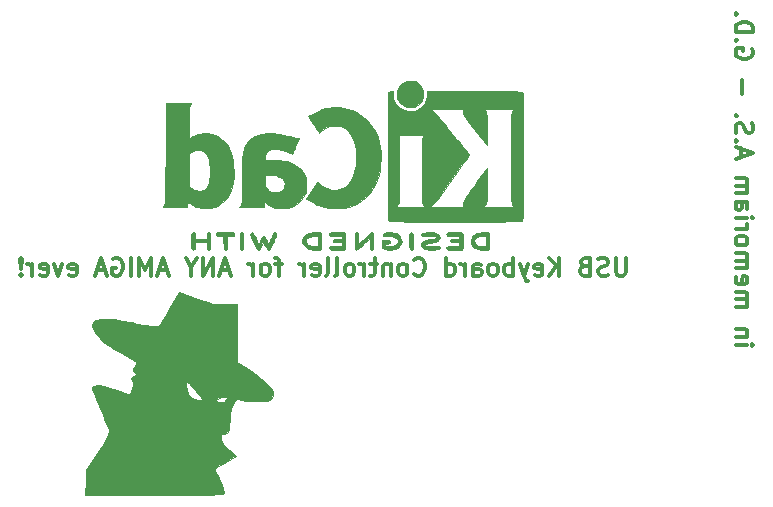
<source format=gbo>
%TF.GenerationSoftware,KiCad,Pcbnew,5.1.9+dfsg1-1+deb11u1*%
%TF.CreationDate,2022-11-09T12:01:18+01:00*%
%TF.ProjectId,StandAlone-Adapter,5374616e-6441-46c6-9f6e-652d41646170,SMD Production*%
%TF.SameCoordinates,Original*%
%TF.FileFunction,Legend,Bot*%
%TF.FilePolarity,Positive*%
%FSLAX46Y46*%
G04 Gerber Fmt 4.6, Leading zero omitted, Abs format (unit mm)*
G04 Created by KiCad (PCBNEW 5.1.9+dfsg1-1+deb11u1) date 2022-11-09 12:01:18*
%MOMM*%
%LPD*%
G01*
G04 APERTURE LIST*
%ADD10C,0.300000*%
%ADD11C,0.010000*%
G04 APERTURE END LIST*
D10*
X175457142Y-99328571D02*
X175457142Y-100542857D01*
X175385714Y-100685714D01*
X175314285Y-100757142D01*
X175171428Y-100828571D01*
X174885714Y-100828571D01*
X174742857Y-100757142D01*
X174671428Y-100685714D01*
X174600000Y-100542857D01*
X174600000Y-99328571D01*
X173957142Y-100757142D02*
X173742857Y-100828571D01*
X173385714Y-100828571D01*
X173242857Y-100757142D01*
X173171428Y-100685714D01*
X173100000Y-100542857D01*
X173100000Y-100400000D01*
X173171428Y-100257142D01*
X173242857Y-100185714D01*
X173385714Y-100114285D01*
X173671428Y-100042857D01*
X173814285Y-99971428D01*
X173885714Y-99900000D01*
X173957142Y-99757142D01*
X173957142Y-99614285D01*
X173885714Y-99471428D01*
X173814285Y-99400000D01*
X173671428Y-99328571D01*
X173314285Y-99328571D01*
X173100000Y-99400000D01*
X171957142Y-100042857D02*
X171742857Y-100114285D01*
X171671428Y-100185714D01*
X171600000Y-100328571D01*
X171600000Y-100542857D01*
X171671428Y-100685714D01*
X171742857Y-100757142D01*
X171885714Y-100828571D01*
X172457142Y-100828571D01*
X172457142Y-99328571D01*
X171957142Y-99328571D01*
X171814285Y-99400000D01*
X171742857Y-99471428D01*
X171671428Y-99614285D01*
X171671428Y-99757142D01*
X171742857Y-99900000D01*
X171814285Y-99971428D01*
X171957142Y-100042857D01*
X172457142Y-100042857D01*
X169814285Y-100828571D02*
X169814285Y-99328571D01*
X168957142Y-100828571D02*
X169600000Y-99971428D01*
X168957142Y-99328571D02*
X169814285Y-100185714D01*
X167742857Y-100757142D02*
X167885714Y-100828571D01*
X168171428Y-100828571D01*
X168314285Y-100757142D01*
X168385714Y-100614285D01*
X168385714Y-100042857D01*
X168314285Y-99900000D01*
X168171428Y-99828571D01*
X167885714Y-99828571D01*
X167742857Y-99900000D01*
X167671428Y-100042857D01*
X167671428Y-100185714D01*
X168385714Y-100328571D01*
X167171428Y-99828571D02*
X166814285Y-100828571D01*
X166457142Y-99828571D02*
X166814285Y-100828571D01*
X166957142Y-101185714D01*
X167028571Y-101257142D01*
X167171428Y-101328571D01*
X165885714Y-100828571D02*
X165885714Y-99328571D01*
X165885714Y-99900000D02*
X165742857Y-99828571D01*
X165457142Y-99828571D01*
X165314285Y-99900000D01*
X165242857Y-99971428D01*
X165171428Y-100114285D01*
X165171428Y-100542857D01*
X165242857Y-100685714D01*
X165314285Y-100757142D01*
X165457142Y-100828571D01*
X165742857Y-100828571D01*
X165885714Y-100757142D01*
X164314285Y-100828571D02*
X164457142Y-100757142D01*
X164528571Y-100685714D01*
X164600000Y-100542857D01*
X164600000Y-100114285D01*
X164528571Y-99971428D01*
X164457142Y-99900000D01*
X164314285Y-99828571D01*
X164100000Y-99828571D01*
X163957142Y-99900000D01*
X163885714Y-99971428D01*
X163814285Y-100114285D01*
X163814285Y-100542857D01*
X163885714Y-100685714D01*
X163957142Y-100757142D01*
X164100000Y-100828571D01*
X164314285Y-100828571D01*
X162528571Y-100828571D02*
X162528571Y-100042857D01*
X162600000Y-99900000D01*
X162742857Y-99828571D01*
X163028571Y-99828571D01*
X163171428Y-99900000D01*
X162528571Y-100757142D02*
X162671428Y-100828571D01*
X163028571Y-100828571D01*
X163171428Y-100757142D01*
X163242857Y-100614285D01*
X163242857Y-100471428D01*
X163171428Y-100328571D01*
X163028571Y-100257142D01*
X162671428Y-100257142D01*
X162528571Y-100185714D01*
X161814285Y-100828571D02*
X161814285Y-99828571D01*
X161814285Y-100114285D02*
X161742857Y-99971428D01*
X161671428Y-99900000D01*
X161528571Y-99828571D01*
X161385714Y-99828571D01*
X160242857Y-100828571D02*
X160242857Y-99328571D01*
X160242857Y-100757142D02*
X160385714Y-100828571D01*
X160671428Y-100828571D01*
X160814285Y-100757142D01*
X160885714Y-100685714D01*
X160957142Y-100542857D01*
X160957142Y-100114285D01*
X160885714Y-99971428D01*
X160814285Y-99900000D01*
X160671428Y-99828571D01*
X160385714Y-99828571D01*
X160242857Y-99900000D01*
X157528571Y-100685714D02*
X157600000Y-100757142D01*
X157814285Y-100828571D01*
X157957142Y-100828571D01*
X158171428Y-100757142D01*
X158314285Y-100614285D01*
X158385714Y-100471428D01*
X158457142Y-100185714D01*
X158457142Y-99971428D01*
X158385714Y-99685714D01*
X158314285Y-99542857D01*
X158171428Y-99400000D01*
X157957142Y-99328571D01*
X157814285Y-99328571D01*
X157600000Y-99400000D01*
X157528571Y-99471428D01*
X156671428Y-100828571D02*
X156814285Y-100757142D01*
X156885714Y-100685714D01*
X156957142Y-100542857D01*
X156957142Y-100114285D01*
X156885714Y-99971428D01*
X156814285Y-99900000D01*
X156671428Y-99828571D01*
X156457142Y-99828571D01*
X156314285Y-99900000D01*
X156242857Y-99971428D01*
X156171428Y-100114285D01*
X156171428Y-100542857D01*
X156242857Y-100685714D01*
X156314285Y-100757142D01*
X156457142Y-100828571D01*
X156671428Y-100828571D01*
X155528571Y-99828571D02*
X155528571Y-100828571D01*
X155528571Y-99971428D02*
X155457142Y-99900000D01*
X155314285Y-99828571D01*
X155100000Y-99828571D01*
X154957142Y-99900000D01*
X154885714Y-100042857D01*
X154885714Y-100828571D01*
X154385714Y-99828571D02*
X153814285Y-99828571D01*
X154171428Y-99328571D02*
X154171428Y-100614285D01*
X154100000Y-100757142D01*
X153957142Y-100828571D01*
X153814285Y-100828571D01*
X153314285Y-100828571D02*
X153314285Y-99828571D01*
X153314285Y-100114285D02*
X153242857Y-99971428D01*
X153171428Y-99900000D01*
X153028571Y-99828571D01*
X152885714Y-99828571D01*
X152171428Y-100828571D02*
X152314285Y-100757142D01*
X152385714Y-100685714D01*
X152457142Y-100542857D01*
X152457142Y-100114285D01*
X152385714Y-99971428D01*
X152314285Y-99900000D01*
X152171428Y-99828571D01*
X151957142Y-99828571D01*
X151814285Y-99900000D01*
X151742857Y-99971428D01*
X151671428Y-100114285D01*
X151671428Y-100542857D01*
X151742857Y-100685714D01*
X151814285Y-100757142D01*
X151957142Y-100828571D01*
X152171428Y-100828571D01*
X150814285Y-100828571D02*
X150957142Y-100757142D01*
X151028571Y-100614285D01*
X151028571Y-99328571D01*
X150028571Y-100828571D02*
X150171428Y-100757142D01*
X150242857Y-100614285D01*
X150242857Y-99328571D01*
X148885714Y-100757142D02*
X149028571Y-100828571D01*
X149314285Y-100828571D01*
X149457142Y-100757142D01*
X149528571Y-100614285D01*
X149528571Y-100042857D01*
X149457142Y-99900000D01*
X149314285Y-99828571D01*
X149028571Y-99828571D01*
X148885714Y-99900000D01*
X148814285Y-100042857D01*
X148814285Y-100185714D01*
X149528571Y-100328571D01*
X148171428Y-100828571D02*
X148171428Y-99828571D01*
X148171428Y-100114285D02*
X148100000Y-99971428D01*
X148028571Y-99900000D01*
X147885714Y-99828571D01*
X147742857Y-99828571D01*
X146314285Y-99828571D02*
X145742857Y-99828571D01*
X146100000Y-100828571D02*
X146100000Y-99542857D01*
X146028571Y-99400000D01*
X145885714Y-99328571D01*
X145742857Y-99328571D01*
X145028571Y-100828571D02*
X145171428Y-100757142D01*
X145242857Y-100685714D01*
X145314285Y-100542857D01*
X145314285Y-100114285D01*
X145242857Y-99971428D01*
X145171428Y-99900000D01*
X145028571Y-99828571D01*
X144814285Y-99828571D01*
X144671428Y-99900000D01*
X144600000Y-99971428D01*
X144528571Y-100114285D01*
X144528571Y-100542857D01*
X144600000Y-100685714D01*
X144671428Y-100757142D01*
X144814285Y-100828571D01*
X145028571Y-100828571D01*
X143885714Y-100828571D02*
X143885714Y-99828571D01*
X143885714Y-100114285D02*
X143814285Y-99971428D01*
X143742857Y-99900000D01*
X143600000Y-99828571D01*
X143457142Y-99828571D01*
X141885714Y-100400000D02*
X141171428Y-100400000D01*
X142028571Y-100828571D02*
X141528571Y-99328571D01*
X141028571Y-100828571D01*
X140528571Y-100828571D02*
X140528571Y-99328571D01*
X139671428Y-100828571D01*
X139671428Y-99328571D01*
X138671428Y-100114285D02*
X138671428Y-100828571D01*
X139171428Y-99328571D02*
X138671428Y-100114285D01*
X138171428Y-99328571D01*
X136600000Y-100400000D02*
X135885714Y-100400000D01*
X136742857Y-100828571D02*
X136242857Y-99328571D01*
X135742857Y-100828571D01*
X135242857Y-100828571D02*
X135242857Y-99328571D01*
X134742857Y-100400000D01*
X134242857Y-99328571D01*
X134242857Y-100828571D01*
X133528571Y-100828571D02*
X133528571Y-99328571D01*
X132028571Y-99400000D02*
X132171428Y-99328571D01*
X132385714Y-99328571D01*
X132600000Y-99400000D01*
X132742857Y-99542857D01*
X132814285Y-99685714D01*
X132885714Y-99971428D01*
X132885714Y-100185714D01*
X132814285Y-100471428D01*
X132742857Y-100614285D01*
X132600000Y-100757142D01*
X132385714Y-100828571D01*
X132242857Y-100828571D01*
X132028571Y-100757142D01*
X131957142Y-100685714D01*
X131957142Y-100185714D01*
X132242857Y-100185714D01*
X131385714Y-100400000D02*
X130671428Y-100400000D01*
X131528571Y-100828571D02*
X131028571Y-99328571D01*
X130528571Y-100828571D01*
X128314285Y-100757142D02*
X128457142Y-100828571D01*
X128742857Y-100828571D01*
X128885714Y-100757142D01*
X128957142Y-100614285D01*
X128957142Y-100042857D01*
X128885714Y-99900000D01*
X128742857Y-99828571D01*
X128457142Y-99828571D01*
X128314285Y-99900000D01*
X128242857Y-100042857D01*
X128242857Y-100185714D01*
X128957142Y-100328571D01*
X127742857Y-99828571D02*
X127385714Y-100828571D01*
X127028571Y-99828571D01*
X125885714Y-100757142D02*
X126028571Y-100828571D01*
X126314285Y-100828571D01*
X126457142Y-100757142D01*
X126528571Y-100614285D01*
X126528571Y-100042857D01*
X126457142Y-99900000D01*
X126314285Y-99828571D01*
X126028571Y-99828571D01*
X125885714Y-99900000D01*
X125814285Y-100042857D01*
X125814285Y-100185714D01*
X126528571Y-100328571D01*
X125171428Y-100828571D02*
X125171428Y-99828571D01*
X125171428Y-100114285D02*
X125100000Y-99971428D01*
X125028571Y-99900000D01*
X124885714Y-99828571D01*
X124742857Y-99828571D01*
X124242857Y-100685714D02*
X124171428Y-100757142D01*
X124242857Y-100828571D01*
X124314285Y-100757142D01*
X124242857Y-100685714D01*
X124242857Y-100828571D01*
X124242857Y-100257142D02*
X124314285Y-99400000D01*
X124242857Y-99328571D01*
X124171428Y-99400000D01*
X124242857Y-100257142D01*
X124242857Y-99328571D01*
X184741428Y-106710000D02*
X185741428Y-106710000D01*
X186241428Y-106710000D02*
X186170000Y-106781428D01*
X186098571Y-106710000D01*
X186170000Y-106638571D01*
X186241428Y-106710000D01*
X186098571Y-106710000D01*
X185741428Y-105995714D02*
X184741428Y-105995714D01*
X185598571Y-105995714D02*
X185670000Y-105924285D01*
X185741428Y-105781428D01*
X185741428Y-105567142D01*
X185670000Y-105424285D01*
X185527142Y-105352857D01*
X184741428Y-105352857D01*
X184741428Y-103495714D02*
X185741428Y-103495714D01*
X185598571Y-103495714D02*
X185670000Y-103424285D01*
X185741428Y-103281428D01*
X185741428Y-103067142D01*
X185670000Y-102924285D01*
X185527142Y-102852857D01*
X184741428Y-102852857D01*
X185527142Y-102852857D02*
X185670000Y-102781428D01*
X185741428Y-102638571D01*
X185741428Y-102424285D01*
X185670000Y-102281428D01*
X185527142Y-102210000D01*
X184741428Y-102210000D01*
X184812857Y-100924285D02*
X184741428Y-101067142D01*
X184741428Y-101352857D01*
X184812857Y-101495714D01*
X184955714Y-101567142D01*
X185527142Y-101567142D01*
X185670000Y-101495714D01*
X185741428Y-101352857D01*
X185741428Y-101067142D01*
X185670000Y-100924285D01*
X185527142Y-100852857D01*
X185384285Y-100852857D01*
X185241428Y-101567142D01*
X184741428Y-100210000D02*
X185741428Y-100210000D01*
X185598571Y-100210000D02*
X185670000Y-100138571D01*
X185741428Y-99995714D01*
X185741428Y-99781428D01*
X185670000Y-99638571D01*
X185527142Y-99567142D01*
X184741428Y-99567142D01*
X185527142Y-99567142D02*
X185670000Y-99495714D01*
X185741428Y-99352857D01*
X185741428Y-99138571D01*
X185670000Y-98995714D01*
X185527142Y-98924285D01*
X184741428Y-98924285D01*
X184741428Y-97995714D02*
X184812857Y-98138571D01*
X184884285Y-98210000D01*
X185027142Y-98281428D01*
X185455714Y-98281428D01*
X185598571Y-98210000D01*
X185670000Y-98138571D01*
X185741428Y-97995714D01*
X185741428Y-97781428D01*
X185670000Y-97638571D01*
X185598571Y-97567142D01*
X185455714Y-97495714D01*
X185027142Y-97495714D01*
X184884285Y-97567142D01*
X184812857Y-97638571D01*
X184741428Y-97781428D01*
X184741428Y-97995714D01*
X184741428Y-96852857D02*
X185741428Y-96852857D01*
X185455714Y-96852857D02*
X185598571Y-96781428D01*
X185670000Y-96710000D01*
X185741428Y-96567142D01*
X185741428Y-96424285D01*
X184741428Y-95924285D02*
X185741428Y-95924285D01*
X186241428Y-95924285D02*
X186170000Y-95995714D01*
X186098571Y-95924285D01*
X186170000Y-95852857D01*
X186241428Y-95924285D01*
X186098571Y-95924285D01*
X184741428Y-94567142D02*
X185527142Y-94567142D01*
X185670000Y-94638571D01*
X185741428Y-94781428D01*
X185741428Y-95067142D01*
X185670000Y-95210000D01*
X184812857Y-94567142D02*
X184741428Y-94710000D01*
X184741428Y-95067142D01*
X184812857Y-95210000D01*
X184955714Y-95281428D01*
X185098571Y-95281428D01*
X185241428Y-95210000D01*
X185312857Y-95067142D01*
X185312857Y-94710000D01*
X185384285Y-94567142D01*
X184741428Y-93852857D02*
X185741428Y-93852857D01*
X185598571Y-93852857D02*
X185670000Y-93781428D01*
X185741428Y-93638571D01*
X185741428Y-93424285D01*
X185670000Y-93281428D01*
X185527142Y-93210000D01*
X184741428Y-93210000D01*
X185527142Y-93210000D02*
X185670000Y-93138571D01*
X185741428Y-92995714D01*
X185741428Y-92781428D01*
X185670000Y-92638571D01*
X185527142Y-92567142D01*
X184741428Y-92567142D01*
X185170000Y-90781428D02*
X185170000Y-90067142D01*
X184741428Y-90924285D02*
X186241428Y-90424285D01*
X184741428Y-89924285D01*
X184884285Y-89424285D02*
X184812857Y-89352857D01*
X184741428Y-89424285D01*
X184812857Y-89495714D01*
X184884285Y-89424285D01*
X184741428Y-89424285D01*
X184812857Y-88781428D02*
X184741428Y-88567142D01*
X184741428Y-88210000D01*
X184812857Y-88067142D01*
X184884285Y-87995714D01*
X185027142Y-87924285D01*
X185170000Y-87924285D01*
X185312857Y-87995714D01*
X185384285Y-88067142D01*
X185455714Y-88210000D01*
X185527142Y-88495714D01*
X185598571Y-88638571D01*
X185670000Y-88710000D01*
X185812857Y-88781428D01*
X185955714Y-88781428D01*
X186098571Y-88710000D01*
X186170000Y-88638571D01*
X186241428Y-88495714D01*
X186241428Y-88138571D01*
X186170000Y-87924285D01*
X184884285Y-87281428D02*
X184812857Y-87210000D01*
X184741428Y-87281428D01*
X184812857Y-87352857D01*
X184884285Y-87281428D01*
X184741428Y-87281428D01*
X185312857Y-85424285D02*
X185312857Y-84281428D01*
X186170000Y-81638571D02*
X186241428Y-81781428D01*
X186241428Y-81995714D01*
X186170000Y-82210000D01*
X186027142Y-82352857D01*
X185884285Y-82424285D01*
X185598571Y-82495714D01*
X185384285Y-82495714D01*
X185098571Y-82424285D01*
X184955714Y-82352857D01*
X184812857Y-82210000D01*
X184741428Y-81995714D01*
X184741428Y-81852857D01*
X184812857Y-81638571D01*
X184884285Y-81567142D01*
X185384285Y-81567142D01*
X185384285Y-81852857D01*
X184884285Y-80924285D02*
X184812857Y-80852857D01*
X184741428Y-80924285D01*
X184812857Y-80995714D01*
X184884285Y-80924285D01*
X184741428Y-80924285D01*
X184741428Y-80210000D02*
X186241428Y-80210000D01*
X186241428Y-79852857D01*
X186170000Y-79638571D01*
X186027142Y-79495714D01*
X185884285Y-79424285D01*
X185598571Y-79352857D01*
X185384285Y-79352857D01*
X185098571Y-79424285D01*
X184955714Y-79495714D01*
X184812857Y-79638571D01*
X184741428Y-79852857D01*
X184741428Y-80210000D01*
X184884285Y-78710000D02*
X184812857Y-78638571D01*
X184741428Y-78710000D01*
X184812857Y-78781428D01*
X184884285Y-78710000D01*
X184741428Y-78710000D01*
D11*
%TO.C,LOGO2*%
G36*
X163347446Y-85224541D02*
G01*
X162821244Y-85224613D01*
X162576303Y-85224623D01*
X158655699Y-85224623D01*
X158655699Y-85455734D01*
X158631032Y-85736976D01*
X158556584Y-85996359D01*
X158431686Y-86235424D01*
X158255670Y-86455714D01*
X158196118Y-86515210D01*
X157981895Y-86683971D01*
X157745690Y-86807052D01*
X157494517Y-86884510D01*
X157235393Y-86916399D01*
X156975333Y-86902776D01*
X156721353Y-86843697D01*
X156480469Y-86739217D01*
X156259696Y-86589393D01*
X156160543Y-86499001D01*
X155975773Y-86277376D01*
X155840284Y-86033661D01*
X155755256Y-85770643D01*
X155721872Y-85491106D01*
X155721428Y-85463606D01*
X155719678Y-85224632D01*
X155614645Y-85224628D01*
X155521470Y-85237273D01*
X155436356Y-85268040D01*
X155430731Y-85271219D01*
X155411508Y-85281194D01*
X155393855Y-85288962D01*
X155377708Y-85296787D01*
X155363005Y-85306930D01*
X155349681Y-85321655D01*
X155337672Y-85343225D01*
X155326915Y-85373901D01*
X155317346Y-85415947D01*
X155308901Y-85471626D01*
X155301516Y-85543199D01*
X155295127Y-85632930D01*
X155289671Y-85743082D01*
X155285084Y-85875916D01*
X155281302Y-86033696D01*
X155278260Y-86218684D01*
X155275897Y-86433144D01*
X155274147Y-86679337D01*
X155272947Y-86959527D01*
X155272232Y-87275975D01*
X155271940Y-87630946D01*
X155272007Y-88026700D01*
X155272368Y-88465502D01*
X155272960Y-88949614D01*
X155273719Y-89481298D01*
X155274581Y-90062817D01*
X155275482Y-90696433D01*
X155275587Y-90773629D01*
X155276395Y-91411287D01*
X155277081Y-91996582D01*
X155277717Y-92531778D01*
X155278376Y-93019136D01*
X155279131Y-93460917D01*
X155280053Y-93859382D01*
X155281216Y-94216795D01*
X155282693Y-94535415D01*
X155284555Y-94817506D01*
X155286876Y-95065328D01*
X155289729Y-95281143D01*
X155293185Y-95467213D01*
X155297318Y-95625800D01*
X155302200Y-95759164D01*
X155307904Y-95869569D01*
X155314502Y-95959275D01*
X155322068Y-96030544D01*
X155330673Y-96085638D01*
X155340390Y-96126818D01*
X155351293Y-96156346D01*
X155363453Y-96176484D01*
X155376943Y-96189493D01*
X155391837Y-96197636D01*
X155408206Y-96203173D01*
X155426123Y-96208366D01*
X155445661Y-96215477D01*
X155450434Y-96217642D01*
X155465434Y-96222506D01*
X155490541Y-96226976D01*
X155527946Y-96231066D01*
X155579842Y-96234793D01*
X155648420Y-96238173D01*
X155735873Y-96241221D01*
X155844394Y-96243954D01*
X155976174Y-96246387D01*
X156133406Y-96248537D01*
X156318281Y-96250419D01*
X156532993Y-96252049D01*
X156779734Y-96253443D01*
X157060694Y-96254617D01*
X157378068Y-96255587D01*
X157734047Y-96256369D01*
X158130822Y-96256979D01*
X158570588Y-96257432D01*
X159055535Y-96257745D01*
X159587856Y-96257934D01*
X160169743Y-96258013D01*
X160803389Y-96258000D01*
X161008644Y-96257980D01*
X161656347Y-96257876D01*
X162251644Y-96257706D01*
X162796755Y-96257453D01*
X163293897Y-96257098D01*
X163745290Y-96256626D01*
X164153151Y-96256018D01*
X164519700Y-96255258D01*
X164847154Y-96254327D01*
X165137732Y-96253209D01*
X165393652Y-96251886D01*
X165617133Y-96250341D01*
X165810394Y-96248557D01*
X165975652Y-96246516D01*
X166115127Y-96244201D01*
X166231037Y-96241594D01*
X166325600Y-96238678D01*
X166401034Y-96235436D01*
X166459558Y-96231851D01*
X166503391Y-96227905D01*
X166534752Y-96223581D01*
X166555857Y-96218862D01*
X166567363Y-96214540D01*
X166587812Y-96205916D01*
X166606587Y-96199557D01*
X166623760Y-96193203D01*
X166639402Y-96184597D01*
X166653584Y-96171480D01*
X166666377Y-96151594D01*
X166677852Y-96122679D01*
X166688080Y-96082479D01*
X166697133Y-96028733D01*
X166705080Y-95959185D01*
X166711994Y-95871574D01*
X166717945Y-95763644D01*
X166723005Y-95633135D01*
X166727245Y-95477789D01*
X166730735Y-95295348D01*
X166733547Y-95083553D01*
X166734283Y-95002258D01*
X166005361Y-95002258D01*
X163428987Y-95002258D01*
X163478561Y-94927150D01*
X163527878Y-94849968D01*
X163569640Y-94776469D01*
X163604441Y-94701512D01*
X163632877Y-94619953D01*
X163655540Y-94526648D01*
X163673025Y-94416453D01*
X163685926Y-94284225D01*
X163694837Y-94124820D01*
X163700352Y-93933095D01*
X163703064Y-93703907D01*
X163703569Y-93432112D01*
X163702459Y-93112566D01*
X163701830Y-92993932D01*
X163694732Y-91722123D01*
X162889033Y-92819010D01*
X162660779Y-93130183D01*
X162463025Y-93401143D01*
X162293635Y-93635478D01*
X162150473Y-93836780D01*
X162031405Y-94008637D01*
X161934295Y-94154640D01*
X161857007Y-94278378D01*
X161797407Y-94383441D01*
X161753359Y-94473420D01*
X161722728Y-94551903D01*
X161703378Y-94622480D01*
X161693175Y-94688742D01*
X161689983Y-94754277D01*
X161691667Y-94822677D01*
X161692097Y-94831274D01*
X161700968Y-95002372D01*
X160289236Y-95002315D01*
X158877505Y-95002258D01*
X159087516Y-94790500D01*
X159144504Y-94732582D01*
X159198566Y-94676225D01*
X159252076Y-94618322D01*
X159307404Y-94555764D01*
X159366925Y-94485443D01*
X159433011Y-94404251D01*
X159508034Y-94309081D01*
X159594367Y-94196823D01*
X159694383Y-94064370D01*
X159810454Y-93908614D01*
X159944952Y-93726446D01*
X160100251Y-93514760D01*
X160278722Y-93270446D01*
X160482740Y-92990397D01*
X160714675Y-92671504D01*
X160904782Y-92409920D01*
X161143372Y-92081292D01*
X161351508Y-91793957D01*
X161531075Y-91545187D01*
X161683957Y-91332254D01*
X161812041Y-91152430D01*
X161917212Y-91002986D01*
X162001355Y-90881196D01*
X162066357Y-90784331D01*
X162114103Y-90709662D01*
X162146477Y-90654463D01*
X162165366Y-90616004D01*
X162172655Y-90591559D01*
X162170464Y-90578706D01*
X162143913Y-90544504D01*
X162086508Y-90472108D01*
X162001713Y-90365820D01*
X161892992Y-90229945D01*
X161763808Y-90068784D01*
X161617626Y-89886643D01*
X161457909Y-89687822D01*
X161288121Y-89476627D01*
X161111726Y-89257359D01*
X160932187Y-89034323D01*
X160833435Y-88911720D01*
X158381548Y-88911720D01*
X158177742Y-89280430D01*
X158177742Y-94633548D01*
X158381548Y-95002258D01*
X157176111Y-95002258D01*
X156888341Y-95002174D01*
X156650647Y-95001797D01*
X156458482Y-95000935D01*
X156307298Y-94999400D01*
X156192548Y-94997000D01*
X156109685Y-94993546D01*
X156054162Y-94988849D01*
X156021430Y-94982717D01*
X156006943Y-94974961D01*
X156006153Y-94965391D01*
X156014513Y-94953817D01*
X156014599Y-94953721D01*
X156049036Y-94903907D01*
X156094637Y-94822910D01*
X156134908Y-94742055D01*
X156211291Y-94578925D01*
X156219081Y-91745322D01*
X156226871Y-88911720D01*
X158381548Y-88911720D01*
X160833435Y-88911720D01*
X160752969Y-88811821D01*
X160577536Y-88594157D01*
X160409350Y-88385633D01*
X160251877Y-88190554D01*
X160108579Y-88013221D01*
X159982921Y-87857939D01*
X159878366Y-87729010D01*
X159798379Y-87630738D01*
X159751398Y-87573441D01*
X159568963Y-87359180D01*
X159393452Y-87165830D01*
X159231016Y-86999720D01*
X159087805Y-86867180D01*
X158986171Y-86785921D01*
X158865998Y-86699462D01*
X161629840Y-86699462D01*
X161629064Y-86861646D01*
X161636788Y-86980883D01*
X161665828Y-87091426D01*
X161710782Y-87196216D01*
X161740004Y-87255416D01*
X161771423Y-87314074D01*
X161807909Y-87376086D01*
X161852331Y-87445345D01*
X161907561Y-87525746D01*
X161976469Y-87621181D01*
X162061923Y-87735547D01*
X162166796Y-87872735D01*
X162293955Y-88036642D01*
X162446273Y-88231160D01*
X162626618Y-88460185D01*
X162837862Y-88727609D01*
X162861721Y-88757783D01*
X163694732Y-89811195D01*
X163702796Y-88644522D01*
X163704420Y-88295069D01*
X163704074Y-87999230D01*
X163701742Y-87756030D01*
X163697407Y-87564493D01*
X163691051Y-87423644D01*
X163682659Y-87332508D01*
X163679838Y-87315220D01*
X163635584Y-87133117D01*
X163577602Y-86968950D01*
X163511437Y-86836954D01*
X163471687Y-86780972D01*
X163403102Y-86699462D01*
X164704453Y-86699462D01*
X165014885Y-86699728D01*
X165274477Y-86700591D01*
X165487014Y-86702154D01*
X165656276Y-86704517D01*
X165786048Y-86707780D01*
X165880111Y-86712045D01*
X165942248Y-86717413D01*
X165976241Y-86723983D01*
X165985874Y-86731858D01*
X165985208Y-86733602D01*
X165957620Y-86775243D01*
X165911564Y-86841248D01*
X165887735Y-86874631D01*
X165863099Y-86907944D01*
X165840955Y-86937734D01*
X165821164Y-86966933D01*
X165803586Y-86998474D01*
X165788081Y-87035286D01*
X165774511Y-87080303D01*
X165762736Y-87136455D01*
X165752616Y-87206675D01*
X165744013Y-87293894D01*
X165736786Y-87401043D01*
X165730796Y-87531055D01*
X165725904Y-87686861D01*
X165721971Y-87871393D01*
X165718857Y-88087581D01*
X165716422Y-88338359D01*
X165714527Y-88626658D01*
X165713033Y-88955409D01*
X165711801Y-89327543D01*
X165710690Y-89745994D01*
X165709562Y-90213691D01*
X165708508Y-90643354D01*
X165707512Y-91122353D01*
X165706994Y-91579362D01*
X165706941Y-92011464D01*
X165707338Y-92415738D01*
X165708172Y-92789265D01*
X165709429Y-93129127D01*
X165711094Y-93432404D01*
X165713156Y-93696177D01*
X165715599Y-93917527D01*
X165718410Y-94093535D01*
X165721576Y-94221283D01*
X165725082Y-94297849D01*
X165725745Y-94305941D01*
X165749905Y-94491568D01*
X165787624Y-94640647D01*
X165845064Y-94770750D01*
X165928389Y-94899452D01*
X165938811Y-94913494D01*
X166005361Y-95002258D01*
X166734283Y-95002258D01*
X166735752Y-94840145D01*
X166737421Y-94562867D01*
X166738625Y-94249459D01*
X166739435Y-93897664D01*
X166739922Y-93505223D01*
X166740156Y-93069877D01*
X166740211Y-92589368D01*
X166740156Y-92061438D01*
X166740062Y-91483828D01*
X166740002Y-90854279D01*
X166740000Y-90729301D01*
X166739965Y-90093122D01*
X166739847Y-89509325D01*
X166739628Y-88975668D01*
X166739292Y-88489909D01*
X166738822Y-88049805D01*
X166738198Y-87653116D01*
X166737406Y-87297599D01*
X166736426Y-86981012D01*
X166735242Y-86701113D01*
X166733836Y-86455661D01*
X166732190Y-86242413D01*
X166730288Y-86059128D01*
X166728113Y-85903564D01*
X166725645Y-85773478D01*
X166722869Y-85666629D01*
X166719767Y-85580775D01*
X166716321Y-85513674D01*
X166712515Y-85463084D01*
X166708330Y-85426764D01*
X166703749Y-85402470D01*
X166698755Y-85387962D01*
X166698570Y-85387600D01*
X166688285Y-85365437D01*
X166679718Y-85345372D01*
X166670241Y-85327301D01*
X166657226Y-85311121D01*
X166638043Y-85296726D01*
X166610065Y-85284014D01*
X166570663Y-85272880D01*
X166517208Y-85263221D01*
X166447071Y-85254932D01*
X166357624Y-85247910D01*
X166246238Y-85242050D01*
X166110284Y-85237250D01*
X165947135Y-85233404D01*
X165754161Y-85230409D01*
X165528733Y-85228161D01*
X165268224Y-85226556D01*
X164970004Y-85225491D01*
X164631445Y-85224860D01*
X164249918Y-85224561D01*
X163822794Y-85224490D01*
X163347446Y-85224541D01*
G37*
X163347446Y-85224541D02*
X162821244Y-85224613D01*
X162576303Y-85224623D01*
X158655699Y-85224623D01*
X158655699Y-85455734D01*
X158631032Y-85736976D01*
X158556584Y-85996359D01*
X158431686Y-86235424D01*
X158255670Y-86455714D01*
X158196118Y-86515210D01*
X157981895Y-86683971D01*
X157745690Y-86807052D01*
X157494517Y-86884510D01*
X157235393Y-86916399D01*
X156975333Y-86902776D01*
X156721353Y-86843697D01*
X156480469Y-86739217D01*
X156259696Y-86589393D01*
X156160543Y-86499001D01*
X155975773Y-86277376D01*
X155840284Y-86033661D01*
X155755256Y-85770643D01*
X155721872Y-85491106D01*
X155721428Y-85463606D01*
X155719678Y-85224632D01*
X155614645Y-85224628D01*
X155521470Y-85237273D01*
X155436356Y-85268040D01*
X155430731Y-85271219D01*
X155411508Y-85281194D01*
X155393855Y-85288962D01*
X155377708Y-85296787D01*
X155363005Y-85306930D01*
X155349681Y-85321655D01*
X155337672Y-85343225D01*
X155326915Y-85373901D01*
X155317346Y-85415947D01*
X155308901Y-85471626D01*
X155301516Y-85543199D01*
X155295127Y-85632930D01*
X155289671Y-85743082D01*
X155285084Y-85875916D01*
X155281302Y-86033696D01*
X155278260Y-86218684D01*
X155275897Y-86433144D01*
X155274147Y-86679337D01*
X155272947Y-86959527D01*
X155272232Y-87275975D01*
X155271940Y-87630946D01*
X155272007Y-88026700D01*
X155272368Y-88465502D01*
X155272960Y-88949614D01*
X155273719Y-89481298D01*
X155274581Y-90062817D01*
X155275482Y-90696433D01*
X155275587Y-90773629D01*
X155276395Y-91411287D01*
X155277081Y-91996582D01*
X155277717Y-92531778D01*
X155278376Y-93019136D01*
X155279131Y-93460917D01*
X155280053Y-93859382D01*
X155281216Y-94216795D01*
X155282693Y-94535415D01*
X155284555Y-94817506D01*
X155286876Y-95065328D01*
X155289729Y-95281143D01*
X155293185Y-95467213D01*
X155297318Y-95625800D01*
X155302200Y-95759164D01*
X155307904Y-95869569D01*
X155314502Y-95959275D01*
X155322068Y-96030544D01*
X155330673Y-96085638D01*
X155340390Y-96126818D01*
X155351293Y-96156346D01*
X155363453Y-96176484D01*
X155376943Y-96189493D01*
X155391837Y-96197636D01*
X155408206Y-96203173D01*
X155426123Y-96208366D01*
X155445661Y-96215477D01*
X155450434Y-96217642D01*
X155465434Y-96222506D01*
X155490541Y-96226976D01*
X155527946Y-96231066D01*
X155579842Y-96234793D01*
X155648420Y-96238173D01*
X155735873Y-96241221D01*
X155844394Y-96243954D01*
X155976174Y-96246387D01*
X156133406Y-96248537D01*
X156318281Y-96250419D01*
X156532993Y-96252049D01*
X156779734Y-96253443D01*
X157060694Y-96254617D01*
X157378068Y-96255587D01*
X157734047Y-96256369D01*
X158130822Y-96256979D01*
X158570588Y-96257432D01*
X159055535Y-96257745D01*
X159587856Y-96257934D01*
X160169743Y-96258013D01*
X160803389Y-96258000D01*
X161008644Y-96257980D01*
X161656347Y-96257876D01*
X162251644Y-96257706D01*
X162796755Y-96257453D01*
X163293897Y-96257098D01*
X163745290Y-96256626D01*
X164153151Y-96256018D01*
X164519700Y-96255258D01*
X164847154Y-96254327D01*
X165137732Y-96253209D01*
X165393652Y-96251886D01*
X165617133Y-96250341D01*
X165810394Y-96248557D01*
X165975652Y-96246516D01*
X166115127Y-96244201D01*
X166231037Y-96241594D01*
X166325600Y-96238678D01*
X166401034Y-96235436D01*
X166459558Y-96231851D01*
X166503391Y-96227905D01*
X166534752Y-96223581D01*
X166555857Y-96218862D01*
X166567363Y-96214540D01*
X166587812Y-96205916D01*
X166606587Y-96199557D01*
X166623760Y-96193203D01*
X166639402Y-96184597D01*
X166653584Y-96171480D01*
X166666377Y-96151594D01*
X166677852Y-96122679D01*
X166688080Y-96082479D01*
X166697133Y-96028733D01*
X166705080Y-95959185D01*
X166711994Y-95871574D01*
X166717945Y-95763644D01*
X166723005Y-95633135D01*
X166727245Y-95477789D01*
X166730735Y-95295348D01*
X166733547Y-95083553D01*
X166734283Y-95002258D01*
X166005361Y-95002258D01*
X163428987Y-95002258D01*
X163478561Y-94927150D01*
X163527878Y-94849968D01*
X163569640Y-94776469D01*
X163604441Y-94701512D01*
X163632877Y-94619953D01*
X163655540Y-94526648D01*
X163673025Y-94416453D01*
X163685926Y-94284225D01*
X163694837Y-94124820D01*
X163700352Y-93933095D01*
X163703064Y-93703907D01*
X163703569Y-93432112D01*
X163702459Y-93112566D01*
X163701830Y-92993932D01*
X163694732Y-91722123D01*
X162889033Y-92819010D01*
X162660779Y-93130183D01*
X162463025Y-93401143D01*
X162293635Y-93635478D01*
X162150473Y-93836780D01*
X162031405Y-94008637D01*
X161934295Y-94154640D01*
X161857007Y-94278378D01*
X161797407Y-94383441D01*
X161753359Y-94473420D01*
X161722728Y-94551903D01*
X161703378Y-94622480D01*
X161693175Y-94688742D01*
X161689983Y-94754277D01*
X161691667Y-94822677D01*
X161692097Y-94831274D01*
X161700968Y-95002372D01*
X160289236Y-95002315D01*
X158877505Y-95002258D01*
X159087516Y-94790500D01*
X159144504Y-94732582D01*
X159198566Y-94676225D01*
X159252076Y-94618322D01*
X159307404Y-94555764D01*
X159366925Y-94485443D01*
X159433011Y-94404251D01*
X159508034Y-94309081D01*
X159594367Y-94196823D01*
X159694383Y-94064370D01*
X159810454Y-93908614D01*
X159944952Y-93726446D01*
X160100251Y-93514760D01*
X160278722Y-93270446D01*
X160482740Y-92990397D01*
X160714675Y-92671504D01*
X160904782Y-92409920D01*
X161143372Y-92081292D01*
X161351508Y-91793957D01*
X161531075Y-91545187D01*
X161683957Y-91332254D01*
X161812041Y-91152430D01*
X161917212Y-91002986D01*
X162001355Y-90881196D01*
X162066357Y-90784331D01*
X162114103Y-90709662D01*
X162146477Y-90654463D01*
X162165366Y-90616004D01*
X162172655Y-90591559D01*
X162170464Y-90578706D01*
X162143913Y-90544504D01*
X162086508Y-90472108D01*
X162001713Y-90365820D01*
X161892992Y-90229945D01*
X161763808Y-90068784D01*
X161617626Y-89886643D01*
X161457909Y-89687822D01*
X161288121Y-89476627D01*
X161111726Y-89257359D01*
X160932187Y-89034323D01*
X160833435Y-88911720D01*
X158381548Y-88911720D01*
X158177742Y-89280430D01*
X158177742Y-94633548D01*
X158381548Y-95002258D01*
X157176111Y-95002258D01*
X156888341Y-95002174D01*
X156650647Y-95001797D01*
X156458482Y-95000935D01*
X156307298Y-94999400D01*
X156192548Y-94997000D01*
X156109685Y-94993546D01*
X156054162Y-94988849D01*
X156021430Y-94982717D01*
X156006943Y-94974961D01*
X156006153Y-94965391D01*
X156014513Y-94953817D01*
X156014599Y-94953721D01*
X156049036Y-94903907D01*
X156094637Y-94822910D01*
X156134908Y-94742055D01*
X156211291Y-94578925D01*
X156219081Y-91745322D01*
X156226871Y-88911720D01*
X158381548Y-88911720D01*
X160833435Y-88911720D01*
X160752969Y-88811821D01*
X160577536Y-88594157D01*
X160409350Y-88385633D01*
X160251877Y-88190554D01*
X160108579Y-88013221D01*
X159982921Y-87857939D01*
X159878366Y-87729010D01*
X159798379Y-87630738D01*
X159751398Y-87573441D01*
X159568963Y-87359180D01*
X159393452Y-87165830D01*
X159231016Y-86999720D01*
X159087805Y-86867180D01*
X158986171Y-86785921D01*
X158865998Y-86699462D01*
X161629840Y-86699462D01*
X161629064Y-86861646D01*
X161636788Y-86980883D01*
X161665828Y-87091426D01*
X161710782Y-87196216D01*
X161740004Y-87255416D01*
X161771423Y-87314074D01*
X161807909Y-87376086D01*
X161852331Y-87445345D01*
X161907561Y-87525746D01*
X161976469Y-87621181D01*
X162061923Y-87735547D01*
X162166796Y-87872735D01*
X162293955Y-88036642D01*
X162446273Y-88231160D01*
X162626618Y-88460185D01*
X162837862Y-88727609D01*
X162861721Y-88757783D01*
X163694732Y-89811195D01*
X163702796Y-88644522D01*
X163704420Y-88295069D01*
X163704074Y-87999230D01*
X163701742Y-87756030D01*
X163697407Y-87564493D01*
X163691051Y-87423644D01*
X163682659Y-87332508D01*
X163679838Y-87315220D01*
X163635584Y-87133117D01*
X163577602Y-86968950D01*
X163511437Y-86836954D01*
X163471687Y-86780972D01*
X163403102Y-86699462D01*
X164704453Y-86699462D01*
X165014885Y-86699728D01*
X165274477Y-86700591D01*
X165487014Y-86702154D01*
X165656276Y-86704517D01*
X165786048Y-86707780D01*
X165880111Y-86712045D01*
X165942248Y-86717413D01*
X165976241Y-86723983D01*
X165985874Y-86731858D01*
X165985208Y-86733602D01*
X165957620Y-86775243D01*
X165911564Y-86841248D01*
X165887735Y-86874631D01*
X165863099Y-86907944D01*
X165840955Y-86937734D01*
X165821164Y-86966933D01*
X165803586Y-86998474D01*
X165788081Y-87035286D01*
X165774511Y-87080303D01*
X165762736Y-87136455D01*
X165752616Y-87206675D01*
X165744013Y-87293894D01*
X165736786Y-87401043D01*
X165730796Y-87531055D01*
X165725904Y-87686861D01*
X165721971Y-87871393D01*
X165718857Y-88087581D01*
X165716422Y-88338359D01*
X165714527Y-88626658D01*
X165713033Y-88955409D01*
X165711801Y-89327543D01*
X165710690Y-89745994D01*
X165709562Y-90213691D01*
X165708508Y-90643354D01*
X165707512Y-91122353D01*
X165706994Y-91579362D01*
X165706941Y-92011464D01*
X165707338Y-92415738D01*
X165708172Y-92789265D01*
X165709429Y-93129127D01*
X165711094Y-93432404D01*
X165713156Y-93696177D01*
X165715599Y-93917527D01*
X165718410Y-94093535D01*
X165721576Y-94221283D01*
X165725082Y-94297849D01*
X165725745Y-94305941D01*
X165749905Y-94491568D01*
X165787624Y-94640647D01*
X165845064Y-94770750D01*
X165928389Y-94899452D01*
X165938811Y-94913494D01*
X166005361Y-95002258D01*
X166734283Y-95002258D01*
X166735752Y-94840145D01*
X166737421Y-94562867D01*
X166738625Y-94249459D01*
X166739435Y-93897664D01*
X166739922Y-93505223D01*
X166740156Y-93069877D01*
X166740211Y-92589368D01*
X166740156Y-92061438D01*
X166740062Y-91483828D01*
X166740002Y-90854279D01*
X166740000Y-90729301D01*
X166739965Y-90093122D01*
X166739847Y-89509325D01*
X166739628Y-88975668D01*
X166739292Y-88489909D01*
X166738822Y-88049805D01*
X166738198Y-87653116D01*
X166737406Y-87297599D01*
X166736426Y-86981012D01*
X166735242Y-86701113D01*
X166733836Y-86455661D01*
X166732190Y-86242413D01*
X166730288Y-86059128D01*
X166728113Y-85903564D01*
X166725645Y-85773478D01*
X166722869Y-85666629D01*
X166719767Y-85580775D01*
X166716321Y-85513674D01*
X166712515Y-85463084D01*
X166708330Y-85426764D01*
X166703749Y-85402470D01*
X166698755Y-85387962D01*
X166698570Y-85387600D01*
X166688285Y-85365437D01*
X166679718Y-85345372D01*
X166670241Y-85327301D01*
X166657226Y-85311121D01*
X166638043Y-85296726D01*
X166610065Y-85284014D01*
X166570663Y-85272880D01*
X166517208Y-85263221D01*
X166447071Y-85254932D01*
X166357624Y-85247910D01*
X166246238Y-85242050D01*
X166110284Y-85237250D01*
X165947135Y-85233404D01*
X165754161Y-85230409D01*
X165528733Y-85228161D01*
X165268224Y-85226556D01*
X164970004Y-85225491D01*
X164631445Y-85224860D01*
X164249918Y-85224561D01*
X163822794Y-85224490D01*
X163347446Y-85224541D01*
G36*
X150624807Y-86590777D02*
G01*
X150330294Y-86623019D01*
X150044961Y-86680729D01*
X149757200Y-86766917D01*
X149455404Y-86884593D01*
X149127966Y-87036767D01*
X149068999Y-87066243D01*
X148933676Y-87132910D01*
X148806049Y-87192939D01*
X148698713Y-87240599D01*
X148624264Y-87270155D01*
X148612827Y-87273876D01*
X148503226Y-87306714D01*
X148993845Y-88020453D01*
X149113794Y-88194895D01*
X149223461Y-88354270D01*
X149319117Y-88493168D01*
X149397031Y-88606178D01*
X149453475Y-88687890D01*
X149484719Y-88732891D01*
X149489795Y-88740018D01*
X149510412Y-88725117D01*
X149561161Y-88680320D01*
X149632966Y-88613765D01*
X149672594Y-88576147D01*
X149897118Y-88397568D01*
X150149274Y-88261868D01*
X150366560Y-88187537D01*
X150496993Y-88164193D01*
X150660307Y-88149967D01*
X150837293Y-88145124D01*
X151008744Y-88149926D01*
X151155452Y-88164638D01*
X151213993Y-88175905D01*
X151477853Y-88266685D01*
X151715622Y-88405296D01*
X151927124Y-88591485D01*
X152112184Y-88824999D01*
X152270625Y-89105584D01*
X152402271Y-89432987D01*
X152506946Y-89806955D01*
X152569155Y-90127097D01*
X152585386Y-90268426D01*
X152596444Y-90451004D01*
X152602437Y-90661709D01*
X152603473Y-90887422D01*
X152599657Y-91115022D01*
X152591097Y-91331389D01*
X152577899Y-91523402D01*
X152560170Y-91677943D01*
X152556333Y-91701786D01*
X152471749Y-92085860D01*
X152356505Y-92425783D01*
X152209897Y-92723078D01*
X152031226Y-92979268D01*
X151904400Y-93117775D01*
X151676475Y-93305828D01*
X151426512Y-93445220D01*
X151158730Y-93535195D01*
X150877344Y-93574994D01*
X150586571Y-93563857D01*
X150290627Y-93501026D01*
X150115660Y-93439547D01*
X149873534Y-93316436D01*
X149623980Y-93139837D01*
X149484191Y-93020412D01*
X149405699Y-92951291D01*
X149344030Y-92900579D01*
X149308928Y-92876144D01*
X149304570Y-92875398D01*
X149288903Y-92900367D01*
X149248308Y-92966348D01*
X149186243Y-93067685D01*
X149106167Y-93198721D01*
X149011538Y-93353800D01*
X148905814Y-93527265D01*
X148846967Y-93623896D01*
X148397474Y-94362201D01*
X148958683Y-94639549D01*
X149161596Y-94739172D01*
X149325973Y-94817729D01*
X149461861Y-94879122D01*
X149579309Y-94927253D01*
X149688364Y-94966023D01*
X149799074Y-94999333D01*
X149921487Y-95031086D01*
X150038818Y-95058969D01*
X150143105Y-95080546D01*
X150252168Y-95096851D01*
X150376927Y-95108791D01*
X150528297Y-95117270D01*
X150717199Y-95123192D01*
X150844517Y-95125749D01*
X151026177Y-95127494D01*
X151200367Y-95126614D01*
X151355557Y-95123360D01*
X151480223Y-95117984D01*
X151562834Y-95110735D01*
X151567730Y-95110012D01*
X151996709Y-95017205D01*
X152399551Y-94876449D01*
X152776112Y-94687839D01*
X153126252Y-94451466D01*
X153449828Y-94167424D01*
X153746700Y-93835805D01*
X153961701Y-93541075D01*
X154190589Y-93155298D01*
X154375611Y-92747895D01*
X154517662Y-92315600D01*
X154617636Y-91855146D01*
X154676428Y-91363267D01*
X154694951Y-90863799D01*
X154679717Y-90380634D01*
X154631844Y-89934842D01*
X154549811Y-89518905D01*
X154432097Y-89125304D01*
X154277181Y-88746518D01*
X154258683Y-88707275D01*
X154054894Y-88340440D01*
X153804598Y-87991360D01*
X153514885Y-87667260D01*
X153192846Y-87375366D01*
X152845574Y-87122904D01*
X152521987Y-86937714D01*
X152195096Y-86792670D01*
X151867511Y-86687603D01*
X151526552Y-86619653D01*
X151159535Y-86585960D01*
X150940108Y-86580992D01*
X150624807Y-86590777D01*
G37*
X150624807Y-86590777D02*
X150330294Y-86623019D01*
X150044961Y-86680729D01*
X149757200Y-86766917D01*
X149455404Y-86884593D01*
X149127966Y-87036767D01*
X149068999Y-87066243D01*
X148933676Y-87132910D01*
X148806049Y-87192939D01*
X148698713Y-87240599D01*
X148624264Y-87270155D01*
X148612827Y-87273876D01*
X148503226Y-87306714D01*
X148993845Y-88020453D01*
X149113794Y-88194895D01*
X149223461Y-88354270D01*
X149319117Y-88493168D01*
X149397031Y-88606178D01*
X149453475Y-88687890D01*
X149484719Y-88732891D01*
X149489795Y-88740018D01*
X149510412Y-88725117D01*
X149561161Y-88680320D01*
X149632966Y-88613765D01*
X149672594Y-88576147D01*
X149897118Y-88397568D01*
X150149274Y-88261868D01*
X150366560Y-88187537D01*
X150496993Y-88164193D01*
X150660307Y-88149967D01*
X150837293Y-88145124D01*
X151008744Y-88149926D01*
X151155452Y-88164638D01*
X151213993Y-88175905D01*
X151477853Y-88266685D01*
X151715622Y-88405296D01*
X151927124Y-88591485D01*
X152112184Y-88824999D01*
X152270625Y-89105584D01*
X152402271Y-89432987D01*
X152506946Y-89806955D01*
X152569155Y-90127097D01*
X152585386Y-90268426D01*
X152596444Y-90451004D01*
X152602437Y-90661709D01*
X152603473Y-90887422D01*
X152599657Y-91115022D01*
X152591097Y-91331389D01*
X152577899Y-91523402D01*
X152560170Y-91677943D01*
X152556333Y-91701786D01*
X152471749Y-92085860D01*
X152356505Y-92425783D01*
X152209897Y-92723078D01*
X152031226Y-92979268D01*
X151904400Y-93117775D01*
X151676475Y-93305828D01*
X151426512Y-93445220D01*
X151158730Y-93535195D01*
X150877344Y-93574994D01*
X150586571Y-93563857D01*
X150290627Y-93501026D01*
X150115660Y-93439547D01*
X149873534Y-93316436D01*
X149623980Y-93139837D01*
X149484191Y-93020412D01*
X149405699Y-92951291D01*
X149344030Y-92900579D01*
X149308928Y-92876144D01*
X149304570Y-92875398D01*
X149288903Y-92900367D01*
X149248308Y-92966348D01*
X149186243Y-93067685D01*
X149106167Y-93198721D01*
X149011538Y-93353800D01*
X148905814Y-93527265D01*
X148846967Y-93623896D01*
X148397474Y-94362201D01*
X148958683Y-94639549D01*
X149161596Y-94739172D01*
X149325973Y-94817729D01*
X149461861Y-94879122D01*
X149579309Y-94927253D01*
X149688364Y-94966023D01*
X149799074Y-94999333D01*
X149921487Y-95031086D01*
X150038818Y-95058969D01*
X150143105Y-95080546D01*
X150252168Y-95096851D01*
X150376927Y-95108791D01*
X150528297Y-95117270D01*
X150717199Y-95123192D01*
X150844517Y-95125749D01*
X151026177Y-95127494D01*
X151200367Y-95126614D01*
X151355557Y-95123360D01*
X151480223Y-95117984D01*
X151562834Y-95110735D01*
X151567730Y-95110012D01*
X151996709Y-95017205D01*
X152399551Y-94876449D01*
X152776112Y-94687839D01*
X153126252Y-94451466D01*
X153449828Y-94167424D01*
X153746700Y-93835805D01*
X153961701Y-93541075D01*
X154190589Y-93155298D01*
X154375611Y-92747895D01*
X154517662Y-92315600D01*
X154617636Y-91855146D01*
X154676428Y-91363267D01*
X154694951Y-90863799D01*
X154679717Y-90380634D01*
X154631844Y-89934842D01*
X154549811Y-89518905D01*
X154432097Y-89125304D01*
X154277181Y-88746518D01*
X154258683Y-88707275D01*
X154054894Y-88340440D01*
X153804598Y-87991360D01*
X153514885Y-87667260D01*
X153192846Y-87375366D01*
X152845574Y-87122904D01*
X152521987Y-86937714D01*
X152195096Y-86792670D01*
X151867511Y-86687603D01*
X151526552Y-86619653D01*
X151159535Y-86585960D01*
X150940108Y-86580992D01*
X150624807Y-86590777D01*
G36*
X145199049Y-88786368D02*
G01*
X145063728Y-88796611D01*
X144676558Y-88848122D01*
X144333679Y-88930283D01*
X144033420Y-89044222D01*
X143774112Y-89191072D01*
X143554084Y-89371962D01*
X143371666Y-89588022D01*
X143225189Y-89840384D01*
X143118229Y-90113441D01*
X143091079Y-90200541D01*
X143067436Y-90282107D01*
X143047023Y-90362529D01*
X143029561Y-90446199D01*
X143014770Y-90537508D01*
X143002373Y-90640847D01*
X142992089Y-90760609D01*
X142983642Y-90901183D01*
X142976752Y-91066962D01*
X142971139Y-91262336D01*
X142966527Y-91491698D01*
X142962635Y-91759437D01*
X142959185Y-92069947D01*
X142955898Y-92427618D01*
X142953549Y-92708064D01*
X142937742Y-94633548D01*
X142835323Y-94818843D01*
X142786825Y-94908111D01*
X142750734Y-94977448D01*
X142733517Y-95014354D01*
X142732904Y-95016854D01*
X142759220Y-95019715D01*
X142834189Y-95022351D01*
X142951839Y-95024689D01*
X143106200Y-95026653D01*
X143291300Y-95028170D01*
X143501168Y-95029165D01*
X143729833Y-95029565D01*
X143757097Y-95029570D01*
X144781291Y-95029570D01*
X144781291Y-94797419D01*
X144783037Y-94692507D01*
X144787698Y-94612271D01*
X144794404Y-94569251D01*
X144797368Y-94565269D01*
X144824477Y-94581950D01*
X144880269Y-94625731D01*
X144952785Y-94687216D01*
X144954411Y-94688638D01*
X145086743Y-94787160D01*
X145253867Y-94886089D01*
X145436900Y-94975706D01*
X145616957Y-95046293D01*
X145696237Y-95070414D01*
X145854009Y-95101051D01*
X146047603Y-95120602D01*
X146259296Y-95128787D01*
X146471368Y-95125327D01*
X146666096Y-95109945D01*
X146802366Y-95087811D01*
X147136546Y-94989676D01*
X147437397Y-94849819D01*
X147702961Y-94669974D01*
X147931279Y-94451876D01*
X148120394Y-94197261D01*
X148268347Y-93907864D01*
X148332175Y-93732258D01*
X148372177Y-93561576D01*
X148398687Y-93356678D01*
X148410953Y-93136464D01*
X148410550Y-93104420D01*
X146563388Y-93104420D01*
X146548070Y-93268053D01*
X146497065Y-93404042D01*
X146402796Y-93530208D01*
X146366589Y-93567203D01*
X146237880Y-93667221D01*
X146089115Y-93731294D01*
X145910887Y-93762309D01*
X145723202Y-93764593D01*
X145545186Y-93749514D01*
X145408888Y-93720021D01*
X145349694Y-93697869D01*
X145243005Y-93637496D01*
X145129963Y-93552589D01*
X145026825Y-93457295D01*
X144949849Y-93365760D01*
X144929409Y-93332181D01*
X144913519Y-93285157D01*
X144902222Y-93210333D01*
X144894991Y-93100560D01*
X144891300Y-92948692D01*
X144890538Y-92804155D01*
X144891054Y-92635644D01*
X144893140Y-92513799D01*
X144897598Y-92430666D01*
X144905235Y-92378292D01*
X144916854Y-92348726D01*
X144933260Y-92334013D01*
X144938334Y-92331670D01*
X144982430Y-92324453D01*
X145069400Y-92318550D01*
X145187500Y-92314493D01*
X145324986Y-92312815D01*
X145354839Y-92312813D01*
X145538614Y-92315746D01*
X145680593Y-92324469D01*
X145793409Y-92340177D01*
X145886598Y-92363118D01*
X146117754Y-92450535D01*
X146299027Y-92558010D01*
X146431986Y-92687262D01*
X146518199Y-92840010D01*
X146559238Y-93017972D01*
X146563388Y-93104420D01*
X148410550Y-93104420D01*
X148408224Y-92919834D01*
X148389748Y-92725689D01*
X148375336Y-92647252D01*
X148283310Y-92356017D01*
X148143377Y-92088054D01*
X147958177Y-91845932D01*
X147730352Y-91632221D01*
X147462543Y-91449492D01*
X147157393Y-91300314D01*
X146897957Y-91209727D01*
X146724566Y-91162136D01*
X146558718Y-91125155D01*
X146389671Y-91097585D01*
X146206683Y-91078224D01*
X145999011Y-91065871D01*
X145755913Y-91059326D01*
X145536128Y-91057483D01*
X144884406Y-91055699D01*
X144896891Y-90859798D01*
X144932343Y-90647243D01*
X145007759Y-90464543D01*
X145119927Y-90316262D01*
X145265636Y-90206960D01*
X145393936Y-90153624D01*
X145577765Y-90120010D01*
X145796606Y-90115183D01*
X146040200Y-90137363D01*
X146298290Y-90184772D01*
X146560615Y-90255629D01*
X146816918Y-90348155D01*
X147003176Y-90432778D01*
X147092789Y-90476231D01*
X147161142Y-90506580D01*
X147195903Y-90518423D01*
X147197789Y-90518043D01*
X147209785Y-90491518D01*
X147239738Y-90421210D01*
X147284830Y-90313855D01*
X147342243Y-90176190D01*
X147409158Y-90014949D01*
X147477176Y-89850395D01*
X147749103Y-89191328D01*
X147555681Y-89159559D01*
X147471846Y-89143619D01*
X147345817Y-89116847D01*
X147188392Y-89081673D01*
X147010367Y-89040528D01*
X146822537Y-88995842D01*
X146747742Y-88977683D01*
X146424162Y-88902631D01*
X146140868Y-88846362D01*
X145887285Y-88807738D01*
X145652838Y-88785623D01*
X145426951Y-88778878D01*
X145199049Y-88786368D01*
G37*
X145199049Y-88786368D02*
X145063728Y-88796611D01*
X144676558Y-88848122D01*
X144333679Y-88930283D01*
X144033420Y-89044222D01*
X143774112Y-89191072D01*
X143554084Y-89371962D01*
X143371666Y-89588022D01*
X143225189Y-89840384D01*
X143118229Y-90113441D01*
X143091079Y-90200541D01*
X143067436Y-90282107D01*
X143047023Y-90362529D01*
X143029561Y-90446199D01*
X143014770Y-90537508D01*
X143002373Y-90640847D01*
X142992089Y-90760609D01*
X142983642Y-90901183D01*
X142976752Y-91066962D01*
X142971139Y-91262336D01*
X142966527Y-91491698D01*
X142962635Y-91759437D01*
X142959185Y-92069947D01*
X142955898Y-92427618D01*
X142953549Y-92708064D01*
X142937742Y-94633548D01*
X142835323Y-94818843D01*
X142786825Y-94908111D01*
X142750734Y-94977448D01*
X142733517Y-95014354D01*
X142732904Y-95016854D01*
X142759220Y-95019715D01*
X142834189Y-95022351D01*
X142951839Y-95024689D01*
X143106200Y-95026653D01*
X143291300Y-95028170D01*
X143501168Y-95029165D01*
X143729833Y-95029565D01*
X143757097Y-95029570D01*
X144781291Y-95029570D01*
X144781291Y-94797419D01*
X144783037Y-94692507D01*
X144787698Y-94612271D01*
X144794404Y-94569251D01*
X144797368Y-94565269D01*
X144824477Y-94581950D01*
X144880269Y-94625731D01*
X144952785Y-94687216D01*
X144954411Y-94688638D01*
X145086743Y-94787160D01*
X145253867Y-94886089D01*
X145436900Y-94975706D01*
X145616957Y-95046293D01*
X145696237Y-95070414D01*
X145854009Y-95101051D01*
X146047603Y-95120602D01*
X146259296Y-95128787D01*
X146471368Y-95125327D01*
X146666096Y-95109945D01*
X146802366Y-95087811D01*
X147136546Y-94989676D01*
X147437397Y-94849819D01*
X147702961Y-94669974D01*
X147931279Y-94451876D01*
X148120394Y-94197261D01*
X148268347Y-93907864D01*
X148332175Y-93732258D01*
X148372177Y-93561576D01*
X148398687Y-93356678D01*
X148410953Y-93136464D01*
X148410550Y-93104420D01*
X146563388Y-93104420D01*
X146548070Y-93268053D01*
X146497065Y-93404042D01*
X146402796Y-93530208D01*
X146366589Y-93567203D01*
X146237880Y-93667221D01*
X146089115Y-93731294D01*
X145910887Y-93762309D01*
X145723202Y-93764593D01*
X145545186Y-93749514D01*
X145408888Y-93720021D01*
X145349694Y-93697869D01*
X145243005Y-93637496D01*
X145129963Y-93552589D01*
X145026825Y-93457295D01*
X144949849Y-93365760D01*
X144929409Y-93332181D01*
X144913519Y-93285157D01*
X144902222Y-93210333D01*
X144894991Y-93100560D01*
X144891300Y-92948692D01*
X144890538Y-92804155D01*
X144891054Y-92635644D01*
X144893140Y-92513799D01*
X144897598Y-92430666D01*
X144905235Y-92378292D01*
X144916854Y-92348726D01*
X144933260Y-92334013D01*
X144938334Y-92331670D01*
X144982430Y-92324453D01*
X145069400Y-92318550D01*
X145187500Y-92314493D01*
X145324986Y-92312815D01*
X145354839Y-92312813D01*
X145538614Y-92315746D01*
X145680593Y-92324469D01*
X145793409Y-92340177D01*
X145886598Y-92363118D01*
X146117754Y-92450535D01*
X146299027Y-92558010D01*
X146431986Y-92687262D01*
X146518199Y-92840010D01*
X146559238Y-93017972D01*
X146563388Y-93104420D01*
X148410550Y-93104420D01*
X148408224Y-92919834D01*
X148389748Y-92725689D01*
X148375336Y-92647252D01*
X148283310Y-92356017D01*
X148143377Y-92088054D01*
X147958177Y-91845932D01*
X147730352Y-91632221D01*
X147462543Y-91449492D01*
X147157393Y-91300314D01*
X146897957Y-91209727D01*
X146724566Y-91162136D01*
X146558718Y-91125155D01*
X146389671Y-91097585D01*
X146206683Y-91078224D01*
X145999011Y-91065871D01*
X145755913Y-91059326D01*
X145536128Y-91057483D01*
X144884406Y-91055699D01*
X144896891Y-90859798D01*
X144932343Y-90647243D01*
X145007759Y-90464543D01*
X145119927Y-90316262D01*
X145265636Y-90206960D01*
X145393936Y-90153624D01*
X145577765Y-90120010D01*
X145796606Y-90115183D01*
X146040200Y-90137363D01*
X146298290Y-90184772D01*
X146560615Y-90255629D01*
X146816918Y-90348155D01*
X147003176Y-90432778D01*
X147092789Y-90476231D01*
X147161142Y-90506580D01*
X147195903Y-90518423D01*
X147197789Y-90518043D01*
X147209785Y-90491518D01*
X147239738Y-90421210D01*
X147284830Y-90313855D01*
X147342243Y-90176190D01*
X147409158Y-90014949D01*
X147477176Y-89850395D01*
X147749103Y-89191328D01*
X147555681Y-89159559D01*
X147471846Y-89143619D01*
X147345817Y-89116847D01*
X147188392Y-89081673D01*
X147010367Y-89040528D01*
X146822537Y-88995842D01*
X146747742Y-88977683D01*
X146424162Y-88902631D01*
X146140868Y-88846362D01*
X145887285Y-88807738D01*
X145652838Y-88785623D01*
X145426951Y-88778878D01*
X145199049Y-88786368D01*
G36*
X137889033Y-86185618D02*
G01*
X137656746Y-86186571D01*
X137577796Y-86187052D01*
X136492151Y-86194193D01*
X136478495Y-90359247D01*
X136476692Y-90924041D01*
X136475092Y-91436864D01*
X136473594Y-91900371D01*
X136472094Y-92317214D01*
X136470491Y-92690045D01*
X136468680Y-93021519D01*
X136466560Y-93314286D01*
X136464028Y-93571002D01*
X136460980Y-93794318D01*
X136457315Y-93986887D01*
X136452929Y-94151363D01*
X136447720Y-94290398D01*
X136441584Y-94406644D01*
X136434420Y-94502756D01*
X136426125Y-94581386D01*
X136416595Y-94645187D01*
X136405728Y-94696811D01*
X136393421Y-94738912D01*
X136379572Y-94774143D01*
X136364077Y-94805156D01*
X136346835Y-94834604D01*
X136327742Y-94865141D01*
X136306695Y-94899418D01*
X136302381Y-94906720D01*
X136230004Y-95030221D01*
X137276024Y-95023068D01*
X138322044Y-95015914D01*
X138335699Y-94786142D01*
X138343135Y-94675873D01*
X138350883Y-94612122D01*
X138361397Y-94586827D01*
X138377128Y-94591922D01*
X138390323Y-94606498D01*
X138447803Y-94659591D01*
X138541487Y-94727837D01*
X138658175Y-94803080D01*
X138784669Y-94877167D01*
X138907769Y-94941943D01*
X139002287Y-94984561D01*
X139223726Y-95054595D01*
X139477793Y-95104204D01*
X139745734Y-95131494D01*
X140008789Y-95134569D01*
X140248205Y-95111532D01*
X140252147Y-95110873D01*
X140579747Y-95028669D01*
X140886413Y-94897700D01*
X141169186Y-94720780D01*
X141425108Y-94500726D01*
X141651222Y-94240351D01*
X141844570Y-93942472D01*
X142002194Y-93609904D01*
X142088016Y-93363548D01*
X142144611Y-93157445D01*
X142186582Y-92957867D01*
X142215211Y-92752690D01*
X142231782Y-92529791D01*
X142237577Y-92277045D01*
X142235011Y-92070662D01*
X140219675Y-92070662D01*
X140210138Y-92416732D01*
X140180054Y-92714467D01*
X140128497Y-92966510D01*
X140054542Y-93175502D01*
X139957262Y-93344086D01*
X139835734Y-93474906D01*
X139695454Y-93567385D01*
X139622460Y-93601909D01*
X139559153Y-93622607D01*
X139488573Y-93632077D01*
X139393758Y-93632915D01*
X139291613Y-93629228D01*
X139090739Y-93611510D01*
X138931866Y-93576813D01*
X138881936Y-93559433D01*
X138767925Y-93508102D01*
X138647677Y-93443643D01*
X138595162Y-93411376D01*
X138458603Y-93321805D01*
X138458603Y-90482706D01*
X138608818Y-90392665D01*
X138818308Y-90290923D01*
X139032342Y-90230751D01*
X139243091Y-90211796D01*
X139442727Y-90233701D01*
X139623423Y-90296113D01*
X139777351Y-90398676D01*
X139827019Y-90447906D01*
X139946738Y-90609211D01*
X140043636Y-90804471D01*
X140118523Y-91037031D01*
X140172207Y-91310239D01*
X140205500Y-91627441D01*
X140219211Y-91991984D01*
X140219675Y-92070662D01*
X142235011Y-92070662D01*
X142233942Y-91984756D01*
X142210918Y-91535158D01*
X142164622Y-91129628D01*
X142093836Y-90762257D01*
X141997339Y-90427137D01*
X141873913Y-90118363D01*
X141829869Y-90026822D01*
X141652460Y-89728296D01*
X141438070Y-89463007D01*
X141191741Y-89235237D01*
X140918513Y-89049268D01*
X140623426Y-88909382D01*
X140446541Y-88851678D01*
X140272822Y-88817422D01*
X140063795Y-88797041D01*
X139836986Y-88790525D01*
X139609916Y-88797866D01*
X139400108Y-88819055D01*
X139231648Y-88852295D01*
X139031143Y-88917482D01*
X138836805Y-89001307D01*
X138666776Y-89095280D01*
X138576279Y-89159058D01*
X138513856Y-89206484D01*
X138470147Y-89235361D01*
X138460204Y-89239462D01*
X138457121Y-89213041D01*
X138454247Y-89137339D01*
X138451645Y-89017698D01*
X138449379Y-88859462D01*
X138447512Y-88667973D01*
X138446109Y-88448574D01*
X138445233Y-88206607D01*
X138444947Y-87960147D01*
X138445106Y-87644476D01*
X138445892Y-87378337D01*
X138447762Y-87156641D01*
X138451175Y-86974296D01*
X138456591Y-86826212D01*
X138464469Y-86707299D01*
X138475267Y-86612465D01*
X138489445Y-86536620D01*
X138507461Y-86474674D01*
X138529775Y-86421536D01*
X138556846Y-86372115D01*
X138589133Y-86321321D01*
X138593287Y-86315031D01*
X138634929Y-86249245D01*
X138660071Y-86204008D01*
X138663441Y-86194466D01*
X138637097Y-86191455D01*
X138561931Y-86189006D01*
X138443743Y-86187158D01*
X138288331Y-86185951D01*
X138101494Y-86185424D01*
X137889033Y-86185618D01*
G37*
X137889033Y-86185618D02*
X137656746Y-86186571D01*
X137577796Y-86187052D01*
X136492151Y-86194193D01*
X136478495Y-90359247D01*
X136476692Y-90924041D01*
X136475092Y-91436864D01*
X136473594Y-91900371D01*
X136472094Y-92317214D01*
X136470491Y-92690045D01*
X136468680Y-93021519D01*
X136466560Y-93314286D01*
X136464028Y-93571002D01*
X136460980Y-93794318D01*
X136457315Y-93986887D01*
X136452929Y-94151363D01*
X136447720Y-94290398D01*
X136441584Y-94406644D01*
X136434420Y-94502756D01*
X136426125Y-94581386D01*
X136416595Y-94645187D01*
X136405728Y-94696811D01*
X136393421Y-94738912D01*
X136379572Y-94774143D01*
X136364077Y-94805156D01*
X136346835Y-94834604D01*
X136327742Y-94865141D01*
X136306695Y-94899418D01*
X136302381Y-94906720D01*
X136230004Y-95030221D01*
X137276024Y-95023068D01*
X138322044Y-95015914D01*
X138335699Y-94786142D01*
X138343135Y-94675873D01*
X138350883Y-94612122D01*
X138361397Y-94586827D01*
X138377128Y-94591922D01*
X138390323Y-94606498D01*
X138447803Y-94659591D01*
X138541487Y-94727837D01*
X138658175Y-94803080D01*
X138784669Y-94877167D01*
X138907769Y-94941943D01*
X139002287Y-94984561D01*
X139223726Y-95054595D01*
X139477793Y-95104204D01*
X139745734Y-95131494D01*
X140008789Y-95134569D01*
X140248205Y-95111532D01*
X140252147Y-95110873D01*
X140579747Y-95028669D01*
X140886413Y-94897700D01*
X141169186Y-94720780D01*
X141425108Y-94500726D01*
X141651222Y-94240351D01*
X141844570Y-93942472D01*
X142002194Y-93609904D01*
X142088016Y-93363548D01*
X142144611Y-93157445D01*
X142186582Y-92957867D01*
X142215211Y-92752690D01*
X142231782Y-92529791D01*
X142237577Y-92277045D01*
X142235011Y-92070662D01*
X140219675Y-92070662D01*
X140210138Y-92416732D01*
X140180054Y-92714467D01*
X140128497Y-92966510D01*
X140054542Y-93175502D01*
X139957262Y-93344086D01*
X139835734Y-93474906D01*
X139695454Y-93567385D01*
X139622460Y-93601909D01*
X139559153Y-93622607D01*
X139488573Y-93632077D01*
X139393758Y-93632915D01*
X139291613Y-93629228D01*
X139090739Y-93611510D01*
X138931866Y-93576813D01*
X138881936Y-93559433D01*
X138767925Y-93508102D01*
X138647677Y-93443643D01*
X138595162Y-93411376D01*
X138458603Y-93321805D01*
X138458603Y-90482706D01*
X138608818Y-90392665D01*
X138818308Y-90290923D01*
X139032342Y-90230751D01*
X139243091Y-90211796D01*
X139442727Y-90233701D01*
X139623423Y-90296113D01*
X139777351Y-90398676D01*
X139827019Y-90447906D01*
X139946738Y-90609211D01*
X140043636Y-90804471D01*
X140118523Y-91037031D01*
X140172207Y-91310239D01*
X140205500Y-91627441D01*
X140219211Y-91991984D01*
X140219675Y-92070662D01*
X142235011Y-92070662D01*
X142233942Y-91984756D01*
X142210918Y-91535158D01*
X142164622Y-91129628D01*
X142093836Y-90762257D01*
X141997339Y-90427137D01*
X141873913Y-90118363D01*
X141829869Y-90026822D01*
X141652460Y-89728296D01*
X141438070Y-89463007D01*
X141191741Y-89235237D01*
X140918513Y-89049268D01*
X140623426Y-88909382D01*
X140446541Y-88851678D01*
X140272822Y-88817422D01*
X140063795Y-88797041D01*
X139836986Y-88790525D01*
X139609916Y-88797866D01*
X139400108Y-88819055D01*
X139231648Y-88852295D01*
X139031143Y-88917482D01*
X138836805Y-89001307D01*
X138666776Y-89095280D01*
X138576279Y-89159058D01*
X138513856Y-89206484D01*
X138470147Y-89235361D01*
X138460204Y-89239462D01*
X138457121Y-89213041D01*
X138454247Y-89137339D01*
X138451645Y-89017698D01*
X138449379Y-88859462D01*
X138447512Y-88667973D01*
X138446109Y-88448574D01*
X138445233Y-88206607D01*
X138444947Y-87960147D01*
X138445106Y-87644476D01*
X138445892Y-87378337D01*
X138447762Y-87156641D01*
X138451175Y-86974296D01*
X138456591Y-86826212D01*
X138464469Y-86707299D01*
X138475267Y-86612465D01*
X138489445Y-86536620D01*
X138507461Y-86474674D01*
X138529775Y-86421536D01*
X138556846Y-86372115D01*
X138589133Y-86321321D01*
X138593287Y-86315031D01*
X138634929Y-86249245D01*
X138660071Y-86204008D01*
X138663441Y-86194466D01*
X138637097Y-86191455D01*
X138561931Y-86189006D01*
X138443743Y-86187158D01*
X138288331Y-86185951D01*
X138101494Y-86185424D01*
X137889033Y-86185618D01*
G36*
X156922844Y-84354844D02*
G01*
X156717742Y-84425957D01*
X156526785Y-84537889D01*
X156356243Y-84690625D01*
X156212387Y-84884151D01*
X156147768Y-85006129D01*
X156091842Y-85176743D01*
X156064735Y-85373711D01*
X156067738Y-85576205D01*
X156101067Y-85759699D01*
X156192162Y-85983924D01*
X156324258Y-86178422D01*
X156490642Y-86339367D01*
X156684598Y-86462933D01*
X156899414Y-86545292D01*
X157128375Y-86582617D01*
X157364767Y-86571082D01*
X157481291Y-86546430D01*
X157708385Y-86458091D01*
X157910081Y-86323290D01*
X158081515Y-86146183D01*
X158217820Y-85930927D01*
X158229352Y-85907419D01*
X158269217Y-85819205D01*
X158294249Y-85744910D01*
X158307839Y-85666535D01*
X158313382Y-85566080D01*
X158314302Y-85456774D01*
X158312780Y-85325448D01*
X158305914Y-85230509D01*
X158290250Y-85153753D01*
X158262333Y-85076974D01*
X158227873Y-85001223D01*
X158099338Y-84786190D01*
X157941052Y-84612080D01*
X157759287Y-84478876D01*
X157560313Y-84386566D01*
X157350400Y-84335134D01*
X157135821Y-84324565D01*
X156922844Y-84354844D01*
G37*
X156922844Y-84354844D02*
X156717742Y-84425957D01*
X156526785Y-84537889D01*
X156356243Y-84690625D01*
X156212387Y-84884151D01*
X156147768Y-85006129D01*
X156091842Y-85176743D01*
X156064735Y-85373711D01*
X156067738Y-85576205D01*
X156101067Y-85759699D01*
X156192162Y-85983924D01*
X156324258Y-86178422D01*
X156490642Y-86339367D01*
X156684598Y-86462933D01*
X156899414Y-86545292D01*
X157128375Y-86582617D01*
X157364767Y-86571082D01*
X157481291Y-86546430D01*
X157708385Y-86458091D01*
X157910081Y-86323290D01*
X158081515Y-86146183D01*
X158217820Y-85930927D01*
X158229352Y-85907419D01*
X158269217Y-85819205D01*
X158294249Y-85744910D01*
X158307839Y-85666535D01*
X158313382Y-85566080D01*
X158314302Y-85456774D01*
X158312780Y-85325448D01*
X158305914Y-85230509D01*
X158290250Y-85153753D01*
X158262333Y-85076974D01*
X158227873Y-85001223D01*
X158099338Y-84786190D01*
X157941052Y-84612080D01*
X157759287Y-84478876D01*
X157560313Y-84386566D01*
X157350400Y-84335134D01*
X157135821Y-84324565D01*
X156922844Y-84354844D01*
G36*
X163592377Y-97167114D02*
G01*
X163513060Y-97167920D01*
X163280649Y-97173528D01*
X163086006Y-97190185D01*
X162922496Y-97219680D01*
X162783486Y-97263797D01*
X162662341Y-97324325D01*
X162552429Y-97403050D01*
X162513171Y-97437248D01*
X162448049Y-97517265D01*
X162389328Y-97625846D01*
X162344069Y-97746203D01*
X162319335Y-97861547D01*
X162316765Y-97904169D01*
X162332870Y-98022322D01*
X162376027Y-98151382D01*
X162438504Y-98273542D01*
X162512567Y-98370992D01*
X162524597Y-98382750D01*
X162626499Y-98465394D01*
X162738088Y-98529909D01*
X162865798Y-98577983D01*
X163016062Y-98611307D01*
X163195314Y-98631572D01*
X163409987Y-98640469D01*
X163508317Y-98641223D01*
X163633340Y-98640621D01*
X163721262Y-98638104D01*
X163780333Y-98632604D01*
X163818800Y-98623055D01*
X163844912Y-98608389D01*
X163858908Y-98595866D01*
X163872129Y-98580652D01*
X163882500Y-98561025D01*
X163890365Y-98531728D01*
X163896071Y-98487503D01*
X163899961Y-98423092D01*
X163902380Y-98333237D01*
X163903674Y-98212682D01*
X163904186Y-98056167D01*
X163904265Y-97904169D01*
X163904765Y-97701440D01*
X163904657Y-97539491D01*
X163902728Y-97461937D01*
X163609444Y-97461937D01*
X163609444Y-98346402D01*
X163422346Y-98346230D01*
X163309764Y-98343001D01*
X163191852Y-98334683D01*
X163093473Y-98323048D01*
X163090480Y-98322569D01*
X162931480Y-98284127D01*
X162808154Y-98224256D01*
X162714343Y-98139058D01*
X162654737Y-98046814D01*
X162618010Y-97944489D01*
X162620858Y-97848409D01*
X162663482Y-97745419D01*
X162746854Y-97638876D01*
X162862386Y-97559927D01*
X163012557Y-97507156D01*
X163112919Y-97488481D01*
X163226843Y-97475366D01*
X163347585Y-97465873D01*
X163450281Y-97461927D01*
X163456364Y-97461908D01*
X163609444Y-97461937D01*
X163902728Y-97461937D01*
X163901529Y-97413782D01*
X163892966Y-97319771D01*
X163876558Y-97252920D01*
X163849890Y-97208686D01*
X163810551Y-97182529D01*
X163756128Y-97169909D01*
X163684207Y-97166284D01*
X163592377Y-97167114D01*
G37*
X163592377Y-97167114D02*
X163513060Y-97167920D01*
X163280649Y-97173528D01*
X163086006Y-97190185D01*
X162922496Y-97219680D01*
X162783486Y-97263797D01*
X162662341Y-97324325D01*
X162552429Y-97403050D01*
X162513171Y-97437248D01*
X162448049Y-97517265D01*
X162389328Y-97625846D01*
X162344069Y-97746203D01*
X162319335Y-97861547D01*
X162316765Y-97904169D01*
X162332870Y-98022322D01*
X162376027Y-98151382D01*
X162438504Y-98273542D01*
X162512567Y-98370992D01*
X162524597Y-98382750D01*
X162626499Y-98465394D01*
X162738088Y-98529909D01*
X162865798Y-98577983D01*
X163016062Y-98611307D01*
X163195314Y-98631572D01*
X163409987Y-98640469D01*
X163508317Y-98641223D01*
X163633340Y-98640621D01*
X163721262Y-98638104D01*
X163780333Y-98632604D01*
X163818800Y-98623055D01*
X163844912Y-98608389D01*
X163858908Y-98595866D01*
X163872129Y-98580652D01*
X163882500Y-98561025D01*
X163890365Y-98531728D01*
X163896071Y-98487503D01*
X163899961Y-98423092D01*
X163902380Y-98333237D01*
X163903674Y-98212682D01*
X163904186Y-98056167D01*
X163904265Y-97904169D01*
X163904765Y-97701440D01*
X163904657Y-97539491D01*
X163902728Y-97461937D01*
X163609444Y-97461937D01*
X163609444Y-98346402D01*
X163422346Y-98346230D01*
X163309764Y-98343001D01*
X163191852Y-98334683D01*
X163093473Y-98323048D01*
X163090480Y-98322569D01*
X162931480Y-98284127D01*
X162808154Y-98224256D01*
X162714343Y-98139058D01*
X162654737Y-98046814D01*
X162618010Y-97944489D01*
X162620858Y-97848409D01*
X162663482Y-97745419D01*
X162746854Y-97638876D01*
X162862386Y-97559927D01*
X163012557Y-97507156D01*
X163112919Y-97488481D01*
X163226843Y-97475366D01*
X163347585Y-97465873D01*
X163450281Y-97461927D01*
X163456364Y-97461908D01*
X163609444Y-97461937D01*
X163902728Y-97461937D01*
X163901529Y-97413782D01*
X163892966Y-97319771D01*
X163876558Y-97252920D01*
X163849890Y-97208686D01*
X163810551Y-97182529D01*
X163756128Y-97169909D01*
X163684207Y-97166284D01*
X163592377Y-97167114D01*
G36*
X160762646Y-97167275D02*
G01*
X160623210Y-97168023D01*
X160517963Y-97169763D01*
X160441324Y-97172900D01*
X160387710Y-97177836D01*
X160351537Y-97184976D01*
X160327221Y-97194724D01*
X160309181Y-97207484D01*
X160302649Y-97213356D01*
X160262922Y-97275750D01*
X160255769Y-97347441D01*
X160281903Y-97411087D01*
X160293987Y-97423950D01*
X160313532Y-97436421D01*
X160345003Y-97446043D01*
X160394236Y-97453282D01*
X160467066Y-97458606D01*
X160569329Y-97462485D01*
X160706862Y-97465387D01*
X160832603Y-97467152D01*
X161330248Y-97473277D01*
X161337049Y-97603678D01*
X161343850Y-97734080D01*
X161006055Y-97734080D01*
X160859406Y-97735345D01*
X160752044Y-97740637D01*
X160677937Y-97752201D01*
X160631049Y-97772281D01*
X160605347Y-97803121D01*
X160594796Y-97846967D01*
X160593194Y-97887660D01*
X160598173Y-97937591D01*
X160616964Y-97974383D01*
X160655347Y-97999958D01*
X160719100Y-98016239D01*
X160814004Y-98025149D01*
X160945838Y-98028610D01*
X161017794Y-98028902D01*
X161341587Y-98028902D01*
X161341587Y-98346402D01*
X160842658Y-98346402D01*
X160679113Y-98346629D01*
X160554817Y-98347652D01*
X160463666Y-98349979D01*
X160399552Y-98354118D01*
X160356370Y-98360580D01*
X160328013Y-98369871D01*
X160308375Y-98382502D01*
X160298373Y-98391759D01*
X160264062Y-98445786D01*
X160253015Y-98493812D01*
X160268789Y-98552474D01*
X160298373Y-98595866D01*
X160314156Y-98609526D01*
X160334531Y-98620133D01*
X160364978Y-98628071D01*
X160410977Y-98633726D01*
X160478010Y-98637482D01*
X160571558Y-98639723D01*
X160697100Y-98640834D01*
X160860118Y-98641199D01*
X160944712Y-98641223D01*
X161125868Y-98641063D01*
X161267148Y-98640325D01*
X161374032Y-98638627D01*
X161452002Y-98635582D01*
X161506539Y-98630806D01*
X161543122Y-98623915D01*
X161567233Y-98614524D01*
X161584353Y-98602248D01*
X161591051Y-98595866D01*
X161604308Y-98580605D01*
X161614699Y-98560916D01*
X161622571Y-98531524D01*
X161628273Y-98487153D01*
X161632152Y-98422526D01*
X161634557Y-98332367D01*
X161635836Y-98211401D01*
X161636335Y-98054351D01*
X161636408Y-97908123D01*
X161636341Y-97720857D01*
X161635870Y-97573651D01*
X161634593Y-97461205D01*
X161632109Y-97378222D01*
X161628016Y-97319403D01*
X161621911Y-97279450D01*
X161613392Y-97253064D01*
X161602058Y-97234948D01*
X161587505Y-97219803D01*
X161583920Y-97216426D01*
X161566521Y-97201478D01*
X161546305Y-97189903D01*
X161517664Y-97181268D01*
X161474989Y-97175145D01*
X161412675Y-97171102D01*
X161325112Y-97168709D01*
X161206693Y-97167534D01*
X161051811Y-97167148D01*
X160941857Y-97167116D01*
X160762646Y-97167275D01*
G37*
X160762646Y-97167275D02*
X160623210Y-97168023D01*
X160517963Y-97169763D01*
X160441324Y-97172900D01*
X160387710Y-97177836D01*
X160351537Y-97184976D01*
X160327221Y-97194724D01*
X160309181Y-97207484D01*
X160302649Y-97213356D01*
X160262922Y-97275750D01*
X160255769Y-97347441D01*
X160281903Y-97411087D01*
X160293987Y-97423950D01*
X160313532Y-97436421D01*
X160345003Y-97446043D01*
X160394236Y-97453282D01*
X160467066Y-97458606D01*
X160569329Y-97462485D01*
X160706862Y-97465387D01*
X160832603Y-97467152D01*
X161330248Y-97473277D01*
X161337049Y-97603678D01*
X161343850Y-97734080D01*
X161006055Y-97734080D01*
X160859406Y-97735345D01*
X160752044Y-97740637D01*
X160677937Y-97752201D01*
X160631049Y-97772281D01*
X160605347Y-97803121D01*
X160594796Y-97846967D01*
X160593194Y-97887660D01*
X160598173Y-97937591D01*
X160616964Y-97974383D01*
X160655347Y-97999958D01*
X160719100Y-98016239D01*
X160814004Y-98025149D01*
X160945838Y-98028610D01*
X161017794Y-98028902D01*
X161341587Y-98028902D01*
X161341587Y-98346402D01*
X160842658Y-98346402D01*
X160679113Y-98346629D01*
X160554817Y-98347652D01*
X160463666Y-98349979D01*
X160399552Y-98354118D01*
X160356370Y-98360580D01*
X160328013Y-98369871D01*
X160308375Y-98382502D01*
X160298373Y-98391759D01*
X160264062Y-98445786D01*
X160253015Y-98493812D01*
X160268789Y-98552474D01*
X160298373Y-98595866D01*
X160314156Y-98609526D01*
X160334531Y-98620133D01*
X160364978Y-98628071D01*
X160410977Y-98633726D01*
X160478010Y-98637482D01*
X160571558Y-98639723D01*
X160697100Y-98640834D01*
X160860118Y-98641199D01*
X160944712Y-98641223D01*
X161125868Y-98641063D01*
X161267148Y-98640325D01*
X161374032Y-98638627D01*
X161452002Y-98635582D01*
X161506539Y-98630806D01*
X161543122Y-98623915D01*
X161567233Y-98614524D01*
X161584353Y-98602248D01*
X161591051Y-98595866D01*
X161604308Y-98580605D01*
X161614699Y-98560916D01*
X161622571Y-98531524D01*
X161628273Y-98487153D01*
X161632152Y-98422526D01*
X161634557Y-98332367D01*
X161635836Y-98211401D01*
X161636335Y-98054351D01*
X161636408Y-97908123D01*
X161636341Y-97720857D01*
X161635870Y-97573651D01*
X161634593Y-97461205D01*
X161632109Y-97378222D01*
X161628016Y-97319403D01*
X161621911Y-97279450D01*
X161613392Y-97253064D01*
X161602058Y-97234948D01*
X161587505Y-97219803D01*
X161583920Y-97216426D01*
X161566521Y-97201478D01*
X161546305Y-97189903D01*
X161517664Y-97181268D01*
X161474989Y-97175145D01*
X161412675Y-97171102D01*
X161325112Y-97168709D01*
X161206693Y-97167534D01*
X161051811Y-97167148D01*
X160941857Y-97167116D01*
X160762646Y-97167275D01*
G36*
X158711346Y-97169696D02*
G01*
X158561048Y-97180203D01*
X158421263Y-97196614D01*
X158300117Y-97218310D01*
X158205734Y-97244673D01*
X158146241Y-97275087D01*
X158137109Y-97284040D01*
X158105355Y-97353511D01*
X158114984Y-97424831D01*
X158164237Y-97485850D01*
X158166587Y-97487598D01*
X158195557Y-97506399D01*
X158225799Y-97516285D01*
X158267981Y-97517486D01*
X158332772Y-97510230D01*
X158430841Y-97494747D01*
X158438730Y-97493444D01*
X158584857Y-97475492D01*
X158742514Y-97466636D01*
X158900636Y-97466550D01*
X159048160Y-97474908D01*
X159174020Y-97491382D01*
X159267152Y-97515646D01*
X159273271Y-97518085D01*
X159340835Y-97555940D01*
X159364573Y-97594250D01*
X159345990Y-97631927D01*
X159286591Y-97667883D01*
X159187881Y-97701029D01*
X159051365Y-97730277D01*
X158960337Y-97744359D01*
X158771118Y-97771446D01*
X158620625Y-97796207D01*
X158502446Y-97820786D01*
X158410171Y-97847328D01*
X158337390Y-97877976D01*
X158277690Y-97914875D01*
X158224662Y-97960168D01*
X158182049Y-98004646D01*
X158131494Y-98066618D01*
X158106615Y-98119907D01*
X158098834Y-98185562D01*
X158098551Y-98209606D01*
X158104395Y-98289394D01*
X158127751Y-98348753D01*
X158168173Y-98401439D01*
X158250324Y-98481977D01*
X158341932Y-98543397D01*
X158449804Y-98587702D01*
X158580745Y-98616895D01*
X158741564Y-98632979D01*
X158939066Y-98637956D01*
X158971676Y-98637872D01*
X159103381Y-98635142D01*
X159233995Y-98628939D01*
X159349281Y-98620153D01*
X159435000Y-98609673D01*
X159441933Y-98608470D01*
X159527159Y-98588281D01*
X159599447Y-98562778D01*
X159640370Y-98539462D01*
X159678454Y-98477952D01*
X159681105Y-98406325D01*
X159648275Y-98342494D01*
X159640930Y-98335276D01*
X159610568Y-98313830D01*
X159572598Y-98304590D01*
X159513832Y-98306163D01*
X159442492Y-98314336D01*
X159362777Y-98321637D01*
X159251029Y-98327797D01*
X159120572Y-98332267D01*
X158984726Y-98334499D01*
X158948998Y-98334646D01*
X158812646Y-98334096D01*
X158712856Y-98331449D01*
X158640848Y-98325786D01*
X158587840Y-98316189D01*
X158545053Y-98301740D01*
X158519340Y-98289705D01*
X158462837Y-98256288D01*
X158426813Y-98226024D01*
X158421548Y-98217445D01*
X158432655Y-98182019D01*
X158485457Y-98147724D01*
X158576296Y-98116117D01*
X158701512Y-98088754D01*
X158738404Y-98082659D01*
X158931098Y-98052393D01*
X159084884Y-98027096D01*
X159205697Y-98004929D01*
X159299475Y-97984053D01*
X159372151Y-97962630D01*
X159429663Y-97938822D01*
X159477945Y-97910791D01*
X159522933Y-97876698D01*
X159570563Y-97834705D01*
X159586591Y-97819982D01*
X159642786Y-97765037D01*
X159672532Y-97721504D01*
X159684169Y-97671688D01*
X159686051Y-97608912D01*
X159665331Y-97485808D01*
X159603409Y-97381214D01*
X159500639Y-97295468D01*
X159357378Y-97228907D01*
X159255158Y-97199052D01*
X159144063Y-97179770D01*
X159010979Y-97168862D01*
X158864032Y-97165710D01*
X158711346Y-97169696D01*
G37*
X158711346Y-97169696D02*
X158561048Y-97180203D01*
X158421263Y-97196614D01*
X158300117Y-97218310D01*
X158205734Y-97244673D01*
X158146241Y-97275087D01*
X158137109Y-97284040D01*
X158105355Y-97353511D01*
X158114984Y-97424831D01*
X158164237Y-97485850D01*
X158166587Y-97487598D01*
X158195557Y-97506399D01*
X158225799Y-97516285D01*
X158267981Y-97517486D01*
X158332772Y-97510230D01*
X158430841Y-97494747D01*
X158438730Y-97493444D01*
X158584857Y-97475492D01*
X158742514Y-97466636D01*
X158900636Y-97466550D01*
X159048160Y-97474908D01*
X159174020Y-97491382D01*
X159267152Y-97515646D01*
X159273271Y-97518085D01*
X159340835Y-97555940D01*
X159364573Y-97594250D01*
X159345990Y-97631927D01*
X159286591Y-97667883D01*
X159187881Y-97701029D01*
X159051365Y-97730277D01*
X158960337Y-97744359D01*
X158771118Y-97771446D01*
X158620625Y-97796207D01*
X158502446Y-97820786D01*
X158410171Y-97847328D01*
X158337390Y-97877976D01*
X158277690Y-97914875D01*
X158224662Y-97960168D01*
X158182049Y-98004646D01*
X158131494Y-98066618D01*
X158106615Y-98119907D01*
X158098834Y-98185562D01*
X158098551Y-98209606D01*
X158104395Y-98289394D01*
X158127751Y-98348753D01*
X158168173Y-98401439D01*
X158250324Y-98481977D01*
X158341932Y-98543397D01*
X158449804Y-98587702D01*
X158580745Y-98616895D01*
X158741564Y-98632979D01*
X158939066Y-98637956D01*
X158971676Y-98637872D01*
X159103381Y-98635142D01*
X159233995Y-98628939D01*
X159349281Y-98620153D01*
X159435000Y-98609673D01*
X159441933Y-98608470D01*
X159527159Y-98588281D01*
X159599447Y-98562778D01*
X159640370Y-98539462D01*
X159678454Y-98477952D01*
X159681105Y-98406325D01*
X159648275Y-98342494D01*
X159640930Y-98335276D01*
X159610568Y-98313830D01*
X159572598Y-98304590D01*
X159513832Y-98306163D01*
X159442492Y-98314336D01*
X159362777Y-98321637D01*
X159251029Y-98327797D01*
X159120572Y-98332267D01*
X158984726Y-98334499D01*
X158948998Y-98334646D01*
X158812646Y-98334096D01*
X158712856Y-98331449D01*
X158640848Y-98325786D01*
X158587840Y-98316189D01*
X158545053Y-98301740D01*
X158519340Y-98289705D01*
X158462837Y-98256288D01*
X158426813Y-98226024D01*
X158421548Y-98217445D01*
X158432655Y-98182019D01*
X158485457Y-98147724D01*
X158576296Y-98116117D01*
X158701512Y-98088754D01*
X158738404Y-98082659D01*
X158931098Y-98052393D01*
X159084884Y-98027096D01*
X159205697Y-98004929D01*
X159299475Y-97984053D01*
X159372151Y-97962630D01*
X159429663Y-97938822D01*
X159477945Y-97910791D01*
X159522933Y-97876698D01*
X159570563Y-97834705D01*
X159586591Y-97819982D01*
X159642786Y-97765037D01*
X159672532Y-97721504D01*
X159684169Y-97671688D01*
X159686051Y-97608912D01*
X159665331Y-97485808D01*
X159603409Y-97381214D01*
X159500639Y-97295468D01*
X159357378Y-97228907D01*
X159255158Y-97199052D01*
X159144063Y-97179770D01*
X159010979Y-97168862D01*
X158864032Y-97165710D01*
X158711346Y-97169696D01*
G36*
X157168730Y-97212473D02*
G01*
X157155509Y-97227687D01*
X157145139Y-97247314D01*
X157137273Y-97276611D01*
X157131567Y-97320836D01*
X157127677Y-97385247D01*
X157125258Y-97475101D01*
X157123964Y-97595657D01*
X157123452Y-97752171D01*
X157123373Y-97904169D01*
X157123513Y-98092701D01*
X157124162Y-98241133D01*
X157125666Y-98354724D01*
X157128369Y-98438732D01*
X157132616Y-98498413D01*
X157138752Y-98539025D01*
X157147121Y-98565827D01*
X157158069Y-98584076D01*
X157168730Y-98595866D01*
X157235031Y-98635403D01*
X157305676Y-98631854D01*
X157368884Y-98588734D01*
X157383407Y-98571900D01*
X157394757Y-98552367D01*
X157403325Y-98524738D01*
X157409502Y-98483612D01*
X157413678Y-98423591D01*
X157416245Y-98339274D01*
X157417592Y-98225263D01*
X157418112Y-98076157D01*
X157418194Y-97907346D01*
X157418194Y-97278447D01*
X157362528Y-97222781D01*
X157293914Y-97175948D01*
X157227357Y-97174261D01*
X157168730Y-97212473D01*
G37*
X157168730Y-97212473D02*
X157155509Y-97227687D01*
X157145139Y-97247314D01*
X157137273Y-97276611D01*
X157131567Y-97320836D01*
X157127677Y-97385247D01*
X157125258Y-97475101D01*
X157123964Y-97595657D01*
X157123452Y-97752171D01*
X157123373Y-97904169D01*
X157123513Y-98092701D01*
X157124162Y-98241133D01*
X157125666Y-98354724D01*
X157128369Y-98438732D01*
X157132616Y-98498413D01*
X157138752Y-98539025D01*
X157147121Y-98565827D01*
X157158069Y-98584076D01*
X157168730Y-98595866D01*
X157235031Y-98635403D01*
X157305676Y-98631854D01*
X157368884Y-98588734D01*
X157383407Y-98571900D01*
X157394757Y-98552367D01*
X157403325Y-98524738D01*
X157409502Y-98483612D01*
X157413678Y-98423591D01*
X157416245Y-98339274D01*
X157417592Y-98225263D01*
X157418112Y-98076157D01*
X157418194Y-97907346D01*
X157418194Y-97278447D01*
X157362528Y-97222781D01*
X157293914Y-97175948D01*
X157227357Y-97174261D01*
X157168730Y-97212473D01*
G36*
X155212553Y-97178229D02*
G01*
X155074908Y-97201325D01*
X154969194Y-97237228D01*
X154900420Y-97284501D01*
X154881679Y-97311471D01*
X154862621Y-97374198D01*
X154875446Y-97430945D01*
X154915933Y-97484758D01*
X154978842Y-97509933D01*
X155070123Y-97507888D01*
X155140724Y-97494249D01*
X155297606Y-97468263D01*
X155457934Y-97465793D01*
X155637389Y-97486886D01*
X155686958Y-97495823D01*
X155853823Y-97542869D01*
X155984366Y-97612852D01*
X156077156Y-97704579D01*
X156130761Y-97816857D01*
X156141848Y-97874905D01*
X156134591Y-97992676D01*
X156087739Y-98096873D01*
X156005562Y-98185465D01*
X155892329Y-98256421D01*
X155752309Y-98307710D01*
X155589771Y-98337302D01*
X155408985Y-98343166D01*
X155214218Y-98323271D01*
X155203221Y-98321395D01*
X155125754Y-98306966D01*
X155082802Y-98293029D01*
X155064185Y-98272349D01*
X155059724Y-98237693D01*
X155059623Y-98219341D01*
X155059623Y-98142294D01*
X155197185Y-98142294D01*
X155318662Y-98133973D01*
X155401561Y-98107455D01*
X155449794Y-98060412D01*
X155467276Y-97990513D01*
X155467490Y-97981390D01*
X155457261Y-97921645D01*
X155422188Y-97878984D01*
X155356910Y-97850752D01*
X155256070Y-97834294D01*
X155158395Y-97828243D01*
X155016431Y-97824771D01*
X154913457Y-97830069D01*
X154843227Y-97849616D01*
X154799494Y-97888896D01*
X154776010Y-97953389D01*
X154766529Y-98048577D01*
X154764801Y-98173598D01*
X154767632Y-98313146D01*
X154776147Y-98408070D01*
X154790386Y-98458747D01*
X154793149Y-98462716D01*
X154871330Y-98526039D01*
X154985955Y-98576185D01*
X155129760Y-98612085D01*
X155295476Y-98632667D01*
X155475838Y-98636860D01*
X155663578Y-98623592D01*
X155773998Y-98607295D01*
X155947188Y-98558274D01*
X156108154Y-98478133D01*
X156242924Y-98374121D01*
X156263408Y-98353332D01*
X156329961Y-98265936D01*
X156390011Y-98157621D01*
X156436544Y-98044063D01*
X156462543Y-97940940D01*
X156465676Y-97901334D01*
X156452336Y-97818717D01*
X156416880Y-97715926D01*
X156366111Y-97607729D01*
X156306832Y-97508892D01*
X156254459Y-97442875D01*
X156132006Y-97344675D01*
X155973712Y-97266515D01*
X155785249Y-97210162D01*
X155572290Y-97177386D01*
X155377123Y-97169377D01*
X155212553Y-97178229D01*
G37*
X155212553Y-97178229D02*
X155074908Y-97201325D01*
X154969194Y-97237228D01*
X154900420Y-97284501D01*
X154881679Y-97311471D01*
X154862621Y-97374198D01*
X154875446Y-97430945D01*
X154915933Y-97484758D01*
X154978842Y-97509933D01*
X155070123Y-97507888D01*
X155140724Y-97494249D01*
X155297606Y-97468263D01*
X155457934Y-97465793D01*
X155637389Y-97486886D01*
X155686958Y-97495823D01*
X155853823Y-97542869D01*
X155984366Y-97612852D01*
X156077156Y-97704579D01*
X156130761Y-97816857D01*
X156141848Y-97874905D01*
X156134591Y-97992676D01*
X156087739Y-98096873D01*
X156005562Y-98185465D01*
X155892329Y-98256421D01*
X155752309Y-98307710D01*
X155589771Y-98337302D01*
X155408985Y-98343166D01*
X155214218Y-98323271D01*
X155203221Y-98321395D01*
X155125754Y-98306966D01*
X155082802Y-98293029D01*
X155064185Y-98272349D01*
X155059724Y-98237693D01*
X155059623Y-98219341D01*
X155059623Y-98142294D01*
X155197185Y-98142294D01*
X155318662Y-98133973D01*
X155401561Y-98107455D01*
X155449794Y-98060412D01*
X155467276Y-97990513D01*
X155467490Y-97981390D01*
X155457261Y-97921645D01*
X155422188Y-97878984D01*
X155356910Y-97850752D01*
X155256070Y-97834294D01*
X155158395Y-97828243D01*
X155016431Y-97824771D01*
X154913457Y-97830069D01*
X154843227Y-97849616D01*
X154799494Y-97888896D01*
X154776010Y-97953389D01*
X154766529Y-98048577D01*
X154764801Y-98173598D01*
X154767632Y-98313146D01*
X154776147Y-98408070D01*
X154790386Y-98458747D01*
X154793149Y-98462716D01*
X154871330Y-98526039D01*
X154985955Y-98576185D01*
X155129760Y-98612085D01*
X155295476Y-98632667D01*
X155475838Y-98636860D01*
X155663578Y-98623592D01*
X155773998Y-98607295D01*
X155947188Y-98558274D01*
X156108154Y-98478133D01*
X156242924Y-98374121D01*
X156263408Y-98353332D01*
X156329961Y-98265936D01*
X156390011Y-98157621D01*
X156436544Y-98044063D01*
X156462543Y-97940940D01*
X156465676Y-97901334D01*
X156452336Y-97818717D01*
X156416880Y-97715926D01*
X156366111Y-97607729D01*
X156306832Y-97508892D01*
X156254459Y-97442875D01*
X156132006Y-97344675D01*
X155973712Y-97266515D01*
X155785249Y-97210162D01*
X155572290Y-97177386D01*
X155377123Y-97169377D01*
X155212553Y-97178229D01*
G36*
X153906815Y-97175918D02*
G01*
X153859473Y-97203690D01*
X153797572Y-97249108D01*
X153717903Y-97314312D01*
X153617260Y-97401440D01*
X153492432Y-97512633D01*
X153340212Y-97650030D01*
X153165962Y-97807999D01*
X152803105Y-98137050D01*
X152791765Y-97695388D01*
X152787671Y-97543357D01*
X152783722Y-97430140D01*
X152779042Y-97349203D01*
X152772759Y-97294016D01*
X152763998Y-97258045D01*
X152751886Y-97234758D01*
X152735549Y-97217622D01*
X152726887Y-97210421D01*
X152657517Y-97172346D01*
X152591507Y-97177913D01*
X152539144Y-97210440D01*
X152485605Y-97253765D01*
X152478946Y-97886482D01*
X152477103Y-98072564D01*
X152476165Y-98218744D01*
X152476457Y-98330474D01*
X152478303Y-98413205D01*
X152482030Y-98472389D01*
X152487960Y-98513476D01*
X152496420Y-98541919D01*
X152507733Y-98563168D01*
X152520280Y-98580211D01*
X152547424Y-98611818D01*
X152574433Y-98632769D01*
X152605050Y-98640811D01*
X152643023Y-98633688D01*
X152692098Y-98609149D01*
X152756020Y-98564937D01*
X152838535Y-98498799D01*
X152943390Y-98408482D01*
X153074331Y-98291731D01*
X153222658Y-98157582D01*
X153755605Y-97674152D01*
X153766944Y-98114370D01*
X153771045Y-98266124D01*
X153775005Y-98379077D01*
X153779701Y-98459775D01*
X153786013Y-98514764D01*
X153794817Y-98550588D01*
X153806992Y-98573793D01*
X153823417Y-98590924D01*
X153831823Y-98597906D01*
X153906114Y-98636257D01*
X153976312Y-98630472D01*
X154037441Y-98581468D01*
X154051425Y-98561753D01*
X154062324Y-98538729D01*
X154070521Y-98506872D01*
X154076400Y-98460658D01*
X154080344Y-98394563D01*
X154082736Y-98303062D01*
X154083959Y-98180634D01*
X154084398Y-98021752D01*
X154084444Y-97904169D01*
X154084297Y-97720256D01*
X154083599Y-97576175D01*
X154081967Y-97466403D01*
X154079019Y-97385416D01*
X154074369Y-97327691D01*
X154067637Y-97287704D01*
X154058437Y-97259930D01*
X154046386Y-97238846D01*
X154037441Y-97226871D01*
X154014766Y-97198503D01*
X153993575Y-97177085D01*
X153970658Y-97164755D01*
X153942808Y-97163653D01*
X153906815Y-97175918D01*
G37*
X153906815Y-97175918D02*
X153859473Y-97203690D01*
X153797572Y-97249108D01*
X153717903Y-97314312D01*
X153617260Y-97401440D01*
X153492432Y-97512633D01*
X153340212Y-97650030D01*
X153165962Y-97807999D01*
X152803105Y-98137050D01*
X152791765Y-97695388D01*
X152787671Y-97543357D01*
X152783722Y-97430140D01*
X152779042Y-97349203D01*
X152772759Y-97294016D01*
X152763998Y-97258045D01*
X152751886Y-97234758D01*
X152735549Y-97217622D01*
X152726887Y-97210421D01*
X152657517Y-97172346D01*
X152591507Y-97177913D01*
X152539144Y-97210440D01*
X152485605Y-97253765D01*
X152478946Y-97886482D01*
X152477103Y-98072564D01*
X152476165Y-98218744D01*
X152476457Y-98330474D01*
X152478303Y-98413205D01*
X152482030Y-98472389D01*
X152487960Y-98513476D01*
X152496420Y-98541919D01*
X152507733Y-98563168D01*
X152520280Y-98580211D01*
X152547424Y-98611818D01*
X152574433Y-98632769D01*
X152605050Y-98640811D01*
X152643023Y-98633688D01*
X152692098Y-98609149D01*
X152756020Y-98564937D01*
X152838535Y-98498799D01*
X152943390Y-98408482D01*
X153074331Y-98291731D01*
X153222658Y-98157582D01*
X153755605Y-97674152D01*
X153766944Y-98114370D01*
X153771045Y-98266124D01*
X153775005Y-98379077D01*
X153779701Y-98459775D01*
X153786013Y-98514764D01*
X153794817Y-98550588D01*
X153806992Y-98573793D01*
X153823417Y-98590924D01*
X153831823Y-98597906D01*
X153906114Y-98636257D01*
X153976312Y-98630472D01*
X154037441Y-98581468D01*
X154051425Y-98561753D01*
X154062324Y-98538729D01*
X154070521Y-98506872D01*
X154076400Y-98460658D01*
X154080344Y-98394563D01*
X154082736Y-98303062D01*
X154083959Y-98180634D01*
X154084398Y-98021752D01*
X154084444Y-97904169D01*
X154084297Y-97720256D01*
X154083599Y-97576175D01*
X154081967Y-97466403D01*
X154079019Y-97385416D01*
X154074369Y-97327691D01*
X154067637Y-97287704D01*
X154058437Y-97259930D01*
X154046386Y-97238846D01*
X154037441Y-97226871D01*
X154014766Y-97198503D01*
X153993575Y-97177085D01*
X153970658Y-97164755D01*
X153942808Y-97163653D01*
X153906815Y-97175918D01*
G36*
X150832237Y-97167503D02*
G01*
X150678838Y-97169340D01*
X150561285Y-97173634D01*
X150474824Y-97181395D01*
X150414700Y-97193633D01*
X150376160Y-97211358D01*
X150354448Y-97235579D01*
X150344810Y-97267305D01*
X150342492Y-97307546D01*
X150342480Y-97312298D01*
X150344492Y-97357814D01*
X150354005Y-97392992D01*
X150376229Y-97419251D01*
X150416378Y-97438012D01*
X150479664Y-97450696D01*
X150571298Y-97458722D01*
X150696493Y-97463512D01*
X150860461Y-97466484D01*
X150910717Y-97467143D01*
X151397033Y-97473277D01*
X151403835Y-97603678D01*
X151410636Y-97734080D01*
X151072841Y-97734080D01*
X150940873Y-97734567D01*
X150846643Y-97736626D01*
X150782535Y-97741155D01*
X150740936Y-97749053D01*
X150714230Y-97761218D01*
X150694802Y-97778548D01*
X150694678Y-97778686D01*
X150659443Y-97846224D01*
X150660717Y-97919221D01*
X150697696Y-97981448D01*
X150705015Y-97987844D01*
X150730990Y-98004328D01*
X150766583Y-98015796D01*
X150819727Y-98023111D01*
X150898352Y-98027138D01*
X151010390Y-98028740D01*
X151082046Y-98028902D01*
X151408373Y-98028902D01*
X151408373Y-98346402D01*
X150912959Y-98346402D01*
X150749394Y-98346688D01*
X150625183Y-98347857D01*
X150534325Y-98350377D01*
X150470820Y-98354715D01*
X150428667Y-98361337D01*
X150401864Y-98370710D01*
X150384411Y-98383302D01*
X150380013Y-98387875D01*
X150347540Y-98451249D01*
X150345164Y-98523347D01*
X150371805Y-98585858D01*
X150392883Y-98605919D01*
X150414810Y-98616963D01*
X150448785Y-98625508D01*
X150500182Y-98631852D01*
X150574375Y-98636295D01*
X150676739Y-98639136D01*
X150812647Y-98640675D01*
X150987475Y-98641210D01*
X151027000Y-98641223D01*
X151204756Y-98641107D01*
X151342738Y-98640465D01*
X151446524Y-98638857D01*
X151521697Y-98635844D01*
X151573839Y-98630986D01*
X151608529Y-98623844D01*
X151631350Y-98613977D01*
X151647883Y-98600946D01*
X151656953Y-98591589D01*
X151670606Y-98575017D01*
X151681272Y-98554487D01*
X151689320Y-98524616D01*
X151695116Y-98480021D01*
X151699027Y-98415317D01*
X151701423Y-98325120D01*
X151702670Y-98204047D01*
X151703136Y-98046713D01*
X151703194Y-97914291D01*
X151703051Y-97728735D01*
X151702374Y-97583065D01*
X151700788Y-97471811D01*
X151697919Y-97389501D01*
X151693393Y-97330666D01*
X151686836Y-97289834D01*
X151677874Y-97261535D01*
X151666133Y-97240298D01*
X151656191Y-97226871D01*
X151609188Y-97167116D01*
X151026237Y-97167116D01*
X150832237Y-97167503D01*
G37*
X150832237Y-97167503D02*
X150678838Y-97169340D01*
X150561285Y-97173634D01*
X150474824Y-97181395D01*
X150414700Y-97193633D01*
X150376160Y-97211358D01*
X150354448Y-97235579D01*
X150344810Y-97267305D01*
X150342492Y-97307546D01*
X150342480Y-97312298D01*
X150344492Y-97357814D01*
X150354005Y-97392992D01*
X150376229Y-97419251D01*
X150416378Y-97438012D01*
X150479664Y-97450696D01*
X150571298Y-97458722D01*
X150696493Y-97463512D01*
X150860461Y-97466484D01*
X150910717Y-97467143D01*
X151397033Y-97473277D01*
X151403835Y-97603678D01*
X151410636Y-97734080D01*
X151072841Y-97734080D01*
X150940873Y-97734567D01*
X150846643Y-97736626D01*
X150782535Y-97741155D01*
X150740936Y-97749053D01*
X150714230Y-97761218D01*
X150694802Y-97778548D01*
X150694678Y-97778686D01*
X150659443Y-97846224D01*
X150660717Y-97919221D01*
X150697696Y-97981448D01*
X150705015Y-97987844D01*
X150730990Y-98004328D01*
X150766583Y-98015796D01*
X150819727Y-98023111D01*
X150898352Y-98027138D01*
X151010390Y-98028740D01*
X151082046Y-98028902D01*
X151408373Y-98028902D01*
X151408373Y-98346402D01*
X150912959Y-98346402D01*
X150749394Y-98346688D01*
X150625183Y-98347857D01*
X150534325Y-98350377D01*
X150470820Y-98354715D01*
X150428667Y-98361337D01*
X150401864Y-98370710D01*
X150384411Y-98383302D01*
X150380013Y-98387875D01*
X150347540Y-98451249D01*
X150345164Y-98523347D01*
X150371805Y-98585858D01*
X150392883Y-98605919D01*
X150414810Y-98616963D01*
X150448785Y-98625508D01*
X150500182Y-98631852D01*
X150574375Y-98636295D01*
X150676739Y-98639136D01*
X150812647Y-98640675D01*
X150987475Y-98641210D01*
X151027000Y-98641223D01*
X151204756Y-98641107D01*
X151342738Y-98640465D01*
X151446524Y-98638857D01*
X151521697Y-98635844D01*
X151573839Y-98630986D01*
X151608529Y-98623844D01*
X151631350Y-98613977D01*
X151647883Y-98600946D01*
X151656953Y-98591589D01*
X151670606Y-98575017D01*
X151681272Y-98554487D01*
X151689320Y-98524616D01*
X151695116Y-98480021D01*
X151699027Y-98415317D01*
X151701423Y-98325120D01*
X151702670Y-98204047D01*
X151703136Y-98046713D01*
X151703194Y-97914291D01*
X151703051Y-97728735D01*
X151702374Y-97583065D01*
X151700788Y-97471811D01*
X151697919Y-97389501D01*
X151693393Y-97330666D01*
X151686836Y-97289834D01*
X151677874Y-97261535D01*
X151666133Y-97240298D01*
X151656191Y-97226871D01*
X151609188Y-97167116D01*
X151026237Y-97167116D01*
X150832237Y-97167503D01*
G36*
X149249270Y-97167534D02*
G01*
X148990159Y-97176295D01*
X148769774Y-97202863D01*
X148584481Y-97248828D01*
X148430645Y-97315783D01*
X148304634Y-97405316D01*
X148202813Y-97519019D01*
X148121549Y-97658482D01*
X148119950Y-97661883D01*
X148071451Y-97786702D01*
X148054171Y-97897246D01*
X148068175Y-98008497D01*
X148113532Y-98135433D01*
X148122134Y-98154749D01*
X148180794Y-98267806D01*
X148246720Y-98355165D01*
X148331806Y-98429427D01*
X148447946Y-98503191D01*
X148454693Y-98507042D01*
X148555796Y-98555608D01*
X148670071Y-98591879D01*
X148804859Y-98617106D01*
X148967505Y-98632539D01*
X149165351Y-98639431D01*
X149235253Y-98640030D01*
X149568116Y-98641223D01*
X149615119Y-98581468D01*
X149629062Y-98561819D01*
X149639939Y-98538873D01*
X149648129Y-98507129D01*
X149654013Y-98461082D01*
X149657969Y-98395233D01*
X149659259Y-98346402D01*
X149344623Y-98346402D01*
X149156020Y-98346402D01*
X149045655Y-98343174D01*
X148932359Y-98334681D01*
X148839375Y-98322703D01*
X148833762Y-98321694D01*
X148668610Y-98277388D01*
X148540510Y-98210822D01*
X148445410Y-98118907D01*
X148379257Y-97998555D01*
X148367753Y-97966658D01*
X148356478Y-97916980D01*
X148361360Y-97867900D01*
X148385113Y-97802607D01*
X148399431Y-97770532D01*
X148446318Y-97685297D01*
X148502809Y-97625499D01*
X148564965Y-97583857D01*
X148689468Y-97529668D01*
X148848806Y-97490415D01*
X149034427Y-97467812D01*
X149168864Y-97462837D01*
X149344623Y-97461937D01*
X149344623Y-98346402D01*
X149659259Y-98346402D01*
X149660378Y-98304078D01*
X149661619Y-98182115D01*
X149662072Y-98023841D01*
X149662123Y-97900080D01*
X149662123Y-97278447D01*
X149606457Y-97222781D01*
X149581752Y-97200218D01*
X149555039Y-97184766D01*
X149517736Y-97175098D01*
X149461257Y-97169887D01*
X149377022Y-97167805D01*
X149256445Y-97167524D01*
X149249270Y-97167534D01*
G37*
X149249270Y-97167534D02*
X148990159Y-97176295D01*
X148769774Y-97202863D01*
X148584481Y-97248828D01*
X148430645Y-97315783D01*
X148304634Y-97405316D01*
X148202813Y-97519019D01*
X148121549Y-97658482D01*
X148119950Y-97661883D01*
X148071451Y-97786702D01*
X148054171Y-97897246D01*
X148068175Y-98008497D01*
X148113532Y-98135433D01*
X148122134Y-98154749D01*
X148180794Y-98267806D01*
X148246720Y-98355165D01*
X148331806Y-98429427D01*
X148447946Y-98503191D01*
X148454693Y-98507042D01*
X148555796Y-98555608D01*
X148670071Y-98591879D01*
X148804859Y-98617106D01*
X148967505Y-98632539D01*
X149165351Y-98639431D01*
X149235253Y-98640030D01*
X149568116Y-98641223D01*
X149615119Y-98581468D01*
X149629062Y-98561819D01*
X149639939Y-98538873D01*
X149648129Y-98507129D01*
X149654013Y-98461082D01*
X149657969Y-98395233D01*
X149659259Y-98346402D01*
X149344623Y-98346402D01*
X149156020Y-98346402D01*
X149045655Y-98343174D01*
X148932359Y-98334681D01*
X148839375Y-98322703D01*
X148833762Y-98321694D01*
X148668610Y-98277388D01*
X148540510Y-98210822D01*
X148445410Y-98118907D01*
X148379257Y-97998555D01*
X148367753Y-97966658D01*
X148356478Y-97916980D01*
X148361360Y-97867900D01*
X148385113Y-97802607D01*
X148399431Y-97770532D01*
X148446318Y-97685297D01*
X148502809Y-97625499D01*
X148564965Y-97583857D01*
X148689468Y-97529668D01*
X148848806Y-97490415D01*
X149034427Y-97467812D01*
X149168864Y-97462837D01*
X149344623Y-97461937D01*
X149344623Y-98346402D01*
X149659259Y-98346402D01*
X149660378Y-98304078D01*
X149661619Y-98182115D01*
X149662072Y-98023841D01*
X149662123Y-97900080D01*
X149662123Y-97278447D01*
X149606457Y-97222781D01*
X149581752Y-97200218D01*
X149555039Y-97184766D01*
X149517736Y-97175098D01*
X149461257Y-97169887D01*
X149377022Y-97167805D01*
X149256445Y-97167524D01*
X149249270Y-97167534D01*
G36*
X143772215Y-97171068D02*
G01*
X143732861Y-97185132D01*
X143731342Y-97185820D01*
X143677900Y-97226604D01*
X143648455Y-97268555D01*
X143642693Y-97288224D01*
X143642978Y-97314360D01*
X143651085Y-97351591D01*
X143668792Y-97404551D01*
X143697876Y-97477868D01*
X143740113Y-97576174D01*
X143797280Y-97704099D01*
X143871154Y-97866275D01*
X143911816Y-97954916D01*
X143985241Y-98113158D01*
X144054169Y-98258680D01*
X144115968Y-98386160D01*
X144168009Y-98490279D01*
X144207659Y-98565716D01*
X144232289Y-98607151D01*
X144237163Y-98612875D01*
X144299522Y-98638125D01*
X144369960Y-98634743D01*
X144426452Y-98604033D01*
X144428754Y-98601535D01*
X144451226Y-98567515D01*
X144488922Y-98501251D01*
X144537194Y-98411272D01*
X144591392Y-98306109D01*
X144610870Y-98267356D01*
X144757898Y-97972863D01*
X144918157Y-98292772D01*
X144975359Y-98403306D01*
X145028429Y-98499167D01*
X145073031Y-98573016D01*
X145104830Y-98617516D01*
X145115607Y-98626952D01*
X145199374Y-98639732D01*
X145268496Y-98612875D01*
X145288829Y-98584172D01*
X145324014Y-98520381D01*
X145371181Y-98427779D01*
X145427460Y-98312643D01*
X145489981Y-98181249D01*
X145555873Y-98039875D01*
X145622266Y-97894797D01*
X145686290Y-97752293D01*
X145745074Y-97618640D01*
X145795748Y-97500114D01*
X145835442Y-97402992D01*
X145861285Y-97333552D01*
X145870408Y-97298070D01*
X145870315Y-97296785D01*
X145848119Y-97252137D01*
X145803754Y-97206663D01*
X145801141Y-97204685D01*
X145746614Y-97173863D01*
X145696179Y-97174161D01*
X145677276Y-97179972D01*
X145654241Y-97192530D01*
X145629780Y-97217234D01*
X145600958Y-97259207D01*
X145564840Y-97323575D01*
X145518492Y-97415463D01*
X145458981Y-97539994D01*
X145405313Y-97654946D01*
X145343568Y-97788195D01*
X145288240Y-97908023D01*
X145242203Y-98008171D01*
X145208330Y-98082378D01*
X145189498Y-98124384D01*
X145186751Y-98130955D01*
X145174398Y-98120213D01*
X145146007Y-98075236D01*
X145105355Y-98002588D01*
X145056221Y-97908834D01*
X145036669Y-97870152D01*
X144970435Y-97739535D01*
X144919356Y-97644411D01*
X144879240Y-97579252D01*
X144845896Y-97538525D01*
X144815131Y-97516701D01*
X144782755Y-97508249D01*
X144761656Y-97507294D01*
X144724438Y-97510592D01*
X144691824Y-97524232D01*
X144659418Y-97553834D01*
X144622824Y-97605016D01*
X144577646Y-97683398D01*
X144519488Y-97794600D01*
X144487400Y-97857858D01*
X144435352Y-97958675D01*
X144389956Y-98042280D01*
X144355220Y-98101620D01*
X144335147Y-98129639D01*
X144332417Y-98130806D01*
X144319454Y-98108754D01*
X144290431Y-98051493D01*
X144248255Y-97965016D01*
X144195832Y-97855316D01*
X144136069Y-97728386D01*
X144106671Y-97665339D01*
X144030192Y-97502630D01*
X143968608Y-97377429D01*
X143918722Y-97285651D01*
X143877337Y-97223210D01*
X143841256Y-97186023D01*
X143807281Y-97170004D01*
X143772215Y-97171068D01*
G37*
X143772215Y-97171068D02*
X143732861Y-97185132D01*
X143731342Y-97185820D01*
X143677900Y-97226604D01*
X143648455Y-97268555D01*
X143642693Y-97288224D01*
X143642978Y-97314360D01*
X143651085Y-97351591D01*
X143668792Y-97404551D01*
X143697876Y-97477868D01*
X143740113Y-97576174D01*
X143797280Y-97704099D01*
X143871154Y-97866275D01*
X143911816Y-97954916D01*
X143985241Y-98113158D01*
X144054169Y-98258680D01*
X144115968Y-98386160D01*
X144168009Y-98490279D01*
X144207659Y-98565716D01*
X144232289Y-98607151D01*
X144237163Y-98612875D01*
X144299522Y-98638125D01*
X144369960Y-98634743D01*
X144426452Y-98604033D01*
X144428754Y-98601535D01*
X144451226Y-98567515D01*
X144488922Y-98501251D01*
X144537194Y-98411272D01*
X144591392Y-98306109D01*
X144610870Y-98267356D01*
X144757898Y-97972863D01*
X144918157Y-98292772D01*
X144975359Y-98403306D01*
X145028429Y-98499167D01*
X145073031Y-98573016D01*
X145104830Y-98617516D01*
X145115607Y-98626952D01*
X145199374Y-98639732D01*
X145268496Y-98612875D01*
X145288829Y-98584172D01*
X145324014Y-98520381D01*
X145371181Y-98427779D01*
X145427460Y-98312643D01*
X145489981Y-98181249D01*
X145555873Y-98039875D01*
X145622266Y-97894797D01*
X145686290Y-97752293D01*
X145745074Y-97618640D01*
X145795748Y-97500114D01*
X145835442Y-97402992D01*
X145861285Y-97333552D01*
X145870408Y-97298070D01*
X145870315Y-97296785D01*
X145848119Y-97252137D01*
X145803754Y-97206663D01*
X145801141Y-97204685D01*
X145746614Y-97173863D01*
X145696179Y-97174161D01*
X145677276Y-97179972D01*
X145654241Y-97192530D01*
X145629780Y-97217234D01*
X145600958Y-97259207D01*
X145564840Y-97323575D01*
X145518492Y-97415463D01*
X145458981Y-97539994D01*
X145405313Y-97654946D01*
X145343568Y-97788195D01*
X145288240Y-97908023D01*
X145242203Y-98008171D01*
X145208330Y-98082378D01*
X145189498Y-98124384D01*
X145186751Y-98130955D01*
X145174398Y-98120213D01*
X145146007Y-98075236D01*
X145105355Y-98002588D01*
X145056221Y-97908834D01*
X145036669Y-97870152D01*
X144970435Y-97739535D01*
X144919356Y-97644411D01*
X144879240Y-97579252D01*
X144845896Y-97538525D01*
X144815131Y-97516701D01*
X144782755Y-97508249D01*
X144761656Y-97507294D01*
X144724438Y-97510592D01*
X144691824Y-97524232D01*
X144659418Y-97553834D01*
X144622824Y-97605016D01*
X144577646Y-97683398D01*
X144519488Y-97794600D01*
X144487400Y-97857858D01*
X144435352Y-97958675D01*
X144389956Y-98042280D01*
X144355220Y-98101620D01*
X144335147Y-98129639D01*
X144332417Y-98130806D01*
X144319454Y-98108754D01*
X144290431Y-98051493D01*
X144248255Y-97965016D01*
X144195832Y-97855316D01*
X144136069Y-97728386D01*
X144106671Y-97665339D01*
X144030192Y-97502630D01*
X143968608Y-97377429D01*
X143918722Y-97285651D01*
X143877337Y-97223210D01*
X143841256Y-97186023D01*
X143807281Y-97170004D01*
X143772215Y-97171068D01*
G36*
X142880353Y-97180797D02*
G01*
X142832715Y-97210469D01*
X142779176Y-97253823D01*
X142779176Y-97899785D01*
X142779347Y-98088738D01*
X142780077Y-98237604D01*
X142781695Y-98351655D01*
X142784529Y-98436159D01*
X142788908Y-98496386D01*
X142795159Y-98537608D01*
X142803611Y-98565093D01*
X142814592Y-98584113D01*
X142822379Y-98593485D01*
X142885537Y-98634654D01*
X142957457Y-98632975D01*
X143020458Y-98597870D01*
X143073998Y-98554516D01*
X143073998Y-97253823D01*
X143020458Y-97210469D01*
X142968785Y-97178933D01*
X142926587Y-97167116D01*
X142880353Y-97180797D01*
G37*
X142880353Y-97180797D02*
X142832715Y-97210469D01*
X142779176Y-97253823D01*
X142779176Y-97899785D01*
X142779347Y-98088738D01*
X142780077Y-98237604D01*
X142781695Y-98351655D01*
X142784529Y-98436159D01*
X142788908Y-98496386D01*
X142795159Y-98537608D01*
X142803611Y-98565093D01*
X142814592Y-98584113D01*
X142822379Y-98593485D01*
X142885537Y-98634654D01*
X142957457Y-98632975D01*
X143020458Y-98597870D01*
X143073998Y-98554516D01*
X143073998Y-97253823D01*
X143020458Y-97210469D01*
X142968785Y-97178933D01*
X142926587Y-97167116D01*
X142880353Y-97180797D01*
G36*
X141324537Y-97167310D02*
G01*
X141166419Y-97168070D01*
X141043692Y-97169660D01*
X140951374Y-97172345D01*
X140884481Y-97176390D01*
X140838032Y-97182060D01*
X140807043Y-97189620D01*
X140786532Y-97199335D01*
X140776606Y-97206803D01*
X140725089Y-97272165D01*
X140718857Y-97340028D01*
X140750693Y-97401677D01*
X140771512Y-97426312D01*
X140793915Y-97443110D01*
X140826383Y-97453570D01*
X140877394Y-97459195D01*
X140955430Y-97461483D01*
X141068970Y-97461935D01*
X141091269Y-97461937D01*
X141384444Y-97461937D01*
X141384444Y-98006223D01*
X141384637Y-98177782D01*
X141385514Y-98309789D01*
X141387522Y-98408045D01*
X141391106Y-98478356D01*
X141396713Y-98526523D01*
X141404789Y-98558351D01*
X141415782Y-98579642D01*
X141429801Y-98595866D01*
X141495961Y-98635734D01*
X141565026Y-98632592D01*
X141627660Y-98587105D01*
X141632262Y-98581468D01*
X141647243Y-98560158D01*
X141658657Y-98535225D01*
X141666986Y-98500609D01*
X141672713Y-98450253D01*
X141676321Y-98378098D01*
X141678294Y-98278086D01*
X141679114Y-98144158D01*
X141679265Y-97991825D01*
X141679265Y-97461937D01*
X141959233Y-97461937D01*
X142079378Y-97461124D01*
X142162555Y-97457956D01*
X142217137Y-97451339D01*
X142251494Y-97440179D01*
X142274000Y-97423384D01*
X142276733Y-97420464D01*
X142309594Y-97353690D01*
X142306688Y-97278200D01*
X142268908Y-97212473D01*
X142254298Y-97199724D01*
X142235460Y-97189615D01*
X142207372Y-97181840D01*
X142165010Y-97176095D01*
X142103350Y-97172074D01*
X142017368Y-97169472D01*
X141902042Y-97167982D01*
X141752348Y-97167299D01*
X141563262Y-97167119D01*
X141523028Y-97167116D01*
X141324537Y-97167310D01*
G37*
X141324537Y-97167310D02*
X141166419Y-97168070D01*
X141043692Y-97169660D01*
X140951374Y-97172345D01*
X140884481Y-97176390D01*
X140838032Y-97182060D01*
X140807043Y-97189620D01*
X140786532Y-97199335D01*
X140776606Y-97206803D01*
X140725089Y-97272165D01*
X140718857Y-97340028D01*
X140750693Y-97401677D01*
X140771512Y-97426312D01*
X140793915Y-97443110D01*
X140826383Y-97453570D01*
X140877394Y-97459195D01*
X140955430Y-97461483D01*
X141068970Y-97461935D01*
X141091269Y-97461937D01*
X141384444Y-97461937D01*
X141384444Y-98006223D01*
X141384637Y-98177782D01*
X141385514Y-98309789D01*
X141387522Y-98408045D01*
X141391106Y-98478356D01*
X141396713Y-98526523D01*
X141404789Y-98558351D01*
X141415782Y-98579642D01*
X141429801Y-98595866D01*
X141495961Y-98635734D01*
X141565026Y-98632592D01*
X141627660Y-98587105D01*
X141632262Y-98581468D01*
X141647243Y-98560158D01*
X141658657Y-98535225D01*
X141666986Y-98500609D01*
X141672713Y-98450253D01*
X141676321Y-98378098D01*
X141678294Y-98278086D01*
X141679114Y-98144158D01*
X141679265Y-97991825D01*
X141679265Y-97461937D01*
X141959233Y-97461937D01*
X142079378Y-97461124D01*
X142162555Y-97457956D01*
X142217137Y-97451339D01*
X142251494Y-97440179D01*
X142274000Y-97423384D01*
X142276733Y-97420464D01*
X142309594Y-97353690D01*
X142306688Y-97278200D01*
X142268908Y-97212473D01*
X142254298Y-97199724D01*
X142235460Y-97189615D01*
X142207372Y-97181840D01*
X142165010Y-97176095D01*
X142103350Y-97172074D01*
X142017368Y-97169472D01*
X141902042Y-97167982D01*
X141752348Y-97167299D01*
X141563262Y-97167119D01*
X141523028Y-97167116D01*
X141324537Y-97167310D01*
G36*
X138781718Y-97178097D02*
G01*
X138718681Y-97222781D01*
X138663015Y-97278447D01*
X138663015Y-97900080D01*
X138663161Y-98084659D01*
X138663850Y-98229383D01*
X138665463Y-98339755D01*
X138668380Y-98421276D01*
X138672978Y-98479449D01*
X138679639Y-98519777D01*
X138688742Y-98547760D01*
X138700666Y-98568903D01*
X138710019Y-98581468D01*
X138771755Y-98630835D01*
X138842643Y-98636193D01*
X138907434Y-98605919D01*
X138928843Y-98588046D01*
X138943154Y-98564305D01*
X138951786Y-98526075D01*
X138956158Y-98464733D01*
X138957690Y-98371660D01*
X138957837Y-98299758D01*
X138957837Y-98028902D01*
X139955694Y-98028902D01*
X139955694Y-98275307D01*
X139956726Y-98387982D01*
X139960854Y-98465418D01*
X139969629Y-98517708D01*
X139984598Y-98554944D01*
X140002697Y-98581468D01*
X140064779Y-98630696D01*
X140134988Y-98636525D01*
X140202201Y-98601535D01*
X140220552Y-98583193D01*
X140233512Y-98558877D01*
X140242061Y-98521001D01*
X140247175Y-98461978D01*
X140249831Y-98374222D01*
X140251009Y-98250146D01*
X140251146Y-98221669D01*
X140252118Y-97987892D01*
X140252619Y-97795228D01*
X140252456Y-97639435D01*
X140251435Y-97516271D01*
X140249363Y-97421493D01*
X140246047Y-97350859D01*
X140241293Y-97300126D01*
X140234909Y-97265052D01*
X140226700Y-97241393D01*
X140216473Y-97224909D01*
X140205158Y-97212473D01*
X140141151Y-97172694D01*
X140074397Y-97178097D01*
X140011360Y-97222781D01*
X139985851Y-97251610D01*
X139969591Y-97283455D01*
X139960519Y-97328808D01*
X139956574Y-97398166D01*
X139955695Y-97502022D01*
X139955694Y-97506264D01*
X139955694Y-97734080D01*
X138957837Y-97734080D01*
X138957837Y-97495955D01*
X138956819Y-97386251D01*
X138952729Y-97312176D01*
X138944015Y-97264027D01*
X138929125Y-97232101D01*
X138912480Y-97212473D01*
X138848473Y-97172694D01*
X138781718Y-97178097D01*
G37*
X138781718Y-97178097D02*
X138718681Y-97222781D01*
X138663015Y-97278447D01*
X138663015Y-97900080D01*
X138663161Y-98084659D01*
X138663850Y-98229383D01*
X138665463Y-98339755D01*
X138668380Y-98421276D01*
X138672978Y-98479449D01*
X138679639Y-98519777D01*
X138688742Y-98547760D01*
X138700666Y-98568903D01*
X138710019Y-98581468D01*
X138771755Y-98630835D01*
X138842643Y-98636193D01*
X138907434Y-98605919D01*
X138928843Y-98588046D01*
X138943154Y-98564305D01*
X138951786Y-98526075D01*
X138956158Y-98464733D01*
X138957690Y-98371660D01*
X138957837Y-98299758D01*
X138957837Y-98028902D01*
X139955694Y-98028902D01*
X139955694Y-98275307D01*
X139956726Y-98387982D01*
X139960854Y-98465418D01*
X139969629Y-98517708D01*
X139984598Y-98554944D01*
X140002697Y-98581468D01*
X140064779Y-98630696D01*
X140134988Y-98636525D01*
X140202201Y-98601535D01*
X140220552Y-98583193D01*
X140233512Y-98558877D01*
X140242061Y-98521001D01*
X140247175Y-98461978D01*
X140249831Y-98374222D01*
X140251009Y-98250146D01*
X140251146Y-98221669D01*
X140252118Y-97987892D01*
X140252619Y-97795228D01*
X140252456Y-97639435D01*
X140251435Y-97516271D01*
X140249363Y-97421493D01*
X140246047Y-97350859D01*
X140241293Y-97300126D01*
X140234909Y-97265052D01*
X140226700Y-97241393D01*
X140216473Y-97224909D01*
X140205158Y-97212473D01*
X140141151Y-97172694D01*
X140074397Y-97178097D01*
X140011360Y-97222781D01*
X139985851Y-97251610D01*
X139969591Y-97283455D01*
X139960519Y-97328808D01*
X139956574Y-97398166D01*
X139955695Y-97502022D01*
X139955694Y-97506264D01*
X139955694Y-97734080D01*
X138957837Y-97734080D01*
X138957837Y-97495955D01*
X138956819Y-97386251D01*
X138952729Y-97312176D01*
X138944015Y-97264027D01*
X138929125Y-97232101D01*
X138912480Y-97212473D01*
X138848473Y-97172694D01*
X138781718Y-97178097D01*
%TO.C,LOGO4*%
G36*
X136812054Y-103663917D02*
G01*
X136499289Y-104201952D01*
X136216029Y-104655640D01*
X135991745Y-104980017D01*
X135855909Y-105130119D01*
X135848711Y-105133667D01*
X135670380Y-105132876D01*
X135288815Y-105087816D01*
X134749597Y-105005284D01*
X134098308Y-104892075D01*
X133605173Y-104799193D01*
X132787165Y-104645243D01*
X132172066Y-104543060D01*
X131715151Y-104487901D01*
X131371693Y-104475024D01*
X131096968Y-104499688D01*
X130985332Y-104521437D01*
X130623658Y-104633103D01*
X130370703Y-104766296D01*
X130324259Y-104813401D01*
X130256257Y-105136007D01*
X130396198Y-105532910D01*
X130720728Y-105973443D01*
X131206492Y-106426940D01*
X131830137Y-106862731D01*
X131930452Y-106922531D01*
X132457570Y-107230313D01*
X133034239Y-107567021D01*
X133328500Y-107738833D01*
X133743047Y-107994034D01*
X133957414Y-108177138D01*
X133997842Y-108331156D01*
X133890570Y-108499099D01*
X133830477Y-108561665D01*
X133702558Y-108732975D01*
X133760091Y-108892323D01*
X133841014Y-108986987D01*
X133973772Y-109169832D01*
X133903497Y-109287450D01*
X133775337Y-109361749D01*
X133592269Y-109501444D01*
X133624913Y-109652461D01*
X133656769Y-109693475D01*
X133741754Y-109879150D01*
X133712774Y-110153499D01*
X133644641Y-110383118D01*
X133538161Y-110693540D01*
X133469497Y-110870946D01*
X133459481Y-110887000D01*
X133340373Y-110846606D01*
X133038036Y-110738634D01*
X132607734Y-110582893D01*
X132396652Y-110506000D01*
X131797698Y-110316160D01*
X131233593Y-110188374D01*
X130752022Y-110127788D01*
X130400669Y-110139550D01*
X130227219Y-110228810D01*
X130217000Y-110270684D01*
X130264929Y-110435450D01*
X130396313Y-110785597D01*
X130592547Y-111273909D01*
X130835026Y-111853173D01*
X130905123Y-112016977D01*
X131165448Y-112631974D01*
X131393122Y-113187473D01*
X131566582Y-113629593D01*
X131664265Y-113904456D01*
X131673245Y-113936331D01*
X131679097Y-114110304D01*
X131607514Y-114348128D01*
X131440791Y-114685851D01*
X131161222Y-115159523D01*
X130768828Y-115777787D01*
X129784411Y-117300500D01*
X129733673Y-118348250D01*
X129682936Y-119396000D01*
X135615056Y-119396000D01*
X136996861Y-119395566D01*
X138145644Y-119393734D01*
X139082384Y-119389706D01*
X139828057Y-119382682D01*
X140403642Y-119371866D01*
X140830116Y-119356458D01*
X141128458Y-119335662D01*
X141319644Y-119308678D01*
X141424653Y-119274708D01*
X141464462Y-119232955D01*
X141460050Y-119182620D01*
X141456655Y-119173750D01*
X141361181Y-118921627D01*
X141226565Y-118546470D01*
X141168451Y-118380000D01*
X141006432Y-117965705D01*
X140835691Y-117607863D01*
X140782005Y-117516228D01*
X140683261Y-117334052D01*
X140683139Y-117188398D01*
X140814369Y-117043538D01*
X141109683Y-116863740D01*
X141601811Y-116613275D01*
X141615250Y-116606624D01*
X142009367Y-116396472D01*
X142293458Y-116216050D01*
X142408724Y-116102907D01*
X142409000Y-116099744D01*
X142315700Y-115968160D01*
X142072730Y-115739466D01*
X141779410Y-115500028D01*
X141418769Y-115199602D01*
X141225807Y-114962234D01*
X141151843Y-114717923D01*
X141144410Y-114586937D01*
X141161869Y-114301660D01*
X141253172Y-114207837D01*
X141399971Y-114227621D01*
X141644286Y-114181689D01*
X141808829Y-113899274D01*
X141891273Y-113385798D01*
X141901000Y-113060355D01*
X141946282Y-112551004D01*
X142059553Y-112007440D01*
X142107445Y-111850366D01*
X142242514Y-111493102D01*
X142363495Y-111326457D01*
X142525036Y-111296527D01*
X142647195Y-111317974D01*
X143255960Y-111418484D01*
X143917293Y-111474522D01*
X144532274Y-111481323D01*
X145001985Y-111434123D01*
X145012500Y-111431887D01*
X145342875Y-111337122D01*
X145475613Y-111215899D01*
X141658793Y-111215899D01*
X141535251Y-111453402D01*
X141494224Y-111496976D01*
X141267894Y-111576761D01*
X140966567Y-111543756D01*
X140766467Y-111440606D01*
X140780069Y-111325848D01*
X140784114Y-111323022D01*
X139615000Y-111323022D01*
X139505963Y-111384172D01*
X139233395Y-111380642D01*
X138879664Y-111313623D01*
X138614735Y-111148608D01*
X138403414Y-110877164D01*
X138281337Y-110552087D01*
X138223560Y-110220293D01*
X138236960Y-109965496D01*
X138320778Y-109871000D01*
X138443326Y-109959842D01*
X138672846Y-110186861D01*
X138956515Y-110492796D01*
X139241511Y-110818383D01*
X139475014Y-111104360D01*
X139604201Y-111291466D01*
X139615000Y-111323022D01*
X140784114Y-111323022D01*
X140975579Y-111189259D01*
X141289563Y-111074762D01*
X141297750Y-111072719D01*
X141571920Y-111072365D01*
X141658793Y-111215899D01*
X145475613Y-111215899D01*
X145498830Y-111194697D01*
X145558342Y-110928466D01*
X145561651Y-110895638D01*
X145560840Y-110650923D01*
X145479203Y-110433282D01*
X145278868Y-110179749D01*
X144921960Y-109827357D01*
X144915326Y-109821096D01*
X144429583Y-109408248D01*
X143852878Y-108982403D01*
X143381926Y-108679510D01*
X142536001Y-108186521D01*
X142536001Y-105726760D01*
X142536000Y-103267000D01*
X141477834Y-103267000D01*
X140961366Y-103254763D01*
X140515645Y-103206902D01*
X140058572Y-103106686D01*
X139508046Y-102937388D01*
X139010040Y-102764157D01*
X137600413Y-102261315D01*
X136812054Y-103663917D01*
G37*
X136812054Y-103663917D02*
X136499289Y-104201952D01*
X136216029Y-104655640D01*
X135991745Y-104980017D01*
X135855909Y-105130119D01*
X135848711Y-105133667D01*
X135670380Y-105132876D01*
X135288815Y-105087816D01*
X134749597Y-105005284D01*
X134098308Y-104892075D01*
X133605173Y-104799193D01*
X132787165Y-104645243D01*
X132172066Y-104543060D01*
X131715151Y-104487901D01*
X131371693Y-104475024D01*
X131096968Y-104499688D01*
X130985332Y-104521437D01*
X130623658Y-104633103D01*
X130370703Y-104766296D01*
X130324259Y-104813401D01*
X130256257Y-105136007D01*
X130396198Y-105532910D01*
X130720728Y-105973443D01*
X131206492Y-106426940D01*
X131830137Y-106862731D01*
X131930452Y-106922531D01*
X132457570Y-107230313D01*
X133034239Y-107567021D01*
X133328500Y-107738833D01*
X133743047Y-107994034D01*
X133957414Y-108177138D01*
X133997842Y-108331156D01*
X133890570Y-108499099D01*
X133830477Y-108561665D01*
X133702558Y-108732975D01*
X133760091Y-108892323D01*
X133841014Y-108986987D01*
X133973772Y-109169832D01*
X133903497Y-109287450D01*
X133775337Y-109361749D01*
X133592269Y-109501444D01*
X133624913Y-109652461D01*
X133656769Y-109693475D01*
X133741754Y-109879150D01*
X133712774Y-110153499D01*
X133644641Y-110383118D01*
X133538161Y-110693540D01*
X133469497Y-110870946D01*
X133459481Y-110887000D01*
X133340373Y-110846606D01*
X133038036Y-110738634D01*
X132607734Y-110582893D01*
X132396652Y-110506000D01*
X131797698Y-110316160D01*
X131233593Y-110188374D01*
X130752022Y-110127788D01*
X130400669Y-110139550D01*
X130227219Y-110228810D01*
X130217000Y-110270684D01*
X130264929Y-110435450D01*
X130396313Y-110785597D01*
X130592547Y-111273909D01*
X130835026Y-111853173D01*
X130905123Y-112016977D01*
X131165448Y-112631974D01*
X131393122Y-113187473D01*
X131566582Y-113629593D01*
X131664265Y-113904456D01*
X131673245Y-113936331D01*
X131679097Y-114110304D01*
X131607514Y-114348128D01*
X131440791Y-114685851D01*
X131161222Y-115159523D01*
X130768828Y-115777787D01*
X129784411Y-117300500D01*
X129733673Y-118348250D01*
X129682936Y-119396000D01*
X135615056Y-119396000D01*
X136996861Y-119395566D01*
X138145644Y-119393734D01*
X139082384Y-119389706D01*
X139828057Y-119382682D01*
X140403642Y-119371866D01*
X140830116Y-119356458D01*
X141128458Y-119335662D01*
X141319644Y-119308678D01*
X141424653Y-119274708D01*
X141464462Y-119232955D01*
X141460050Y-119182620D01*
X141456655Y-119173750D01*
X141361181Y-118921627D01*
X141226565Y-118546470D01*
X141168451Y-118380000D01*
X141006432Y-117965705D01*
X140835691Y-117607863D01*
X140782005Y-117516228D01*
X140683261Y-117334052D01*
X140683139Y-117188398D01*
X140814369Y-117043538D01*
X141109683Y-116863740D01*
X141601811Y-116613275D01*
X141615250Y-116606624D01*
X142009367Y-116396472D01*
X142293458Y-116216050D01*
X142408724Y-116102907D01*
X142409000Y-116099744D01*
X142315700Y-115968160D01*
X142072730Y-115739466D01*
X141779410Y-115500028D01*
X141418769Y-115199602D01*
X141225807Y-114962234D01*
X141151843Y-114717923D01*
X141144410Y-114586937D01*
X141161869Y-114301660D01*
X141253172Y-114207837D01*
X141399971Y-114227621D01*
X141644286Y-114181689D01*
X141808829Y-113899274D01*
X141891273Y-113385798D01*
X141901000Y-113060355D01*
X141946282Y-112551004D01*
X142059553Y-112007440D01*
X142107445Y-111850366D01*
X142242514Y-111493102D01*
X142363495Y-111326457D01*
X142525036Y-111296527D01*
X142647195Y-111317974D01*
X143255960Y-111418484D01*
X143917293Y-111474522D01*
X144532274Y-111481323D01*
X145001985Y-111434123D01*
X145012500Y-111431887D01*
X145342875Y-111337122D01*
X145475613Y-111215899D01*
X141658793Y-111215899D01*
X141535251Y-111453402D01*
X141494224Y-111496976D01*
X141267894Y-111576761D01*
X140966567Y-111543756D01*
X140766467Y-111440606D01*
X140780069Y-111325848D01*
X140784114Y-111323022D01*
X139615000Y-111323022D01*
X139505963Y-111384172D01*
X139233395Y-111380642D01*
X138879664Y-111313623D01*
X138614735Y-111148608D01*
X138403414Y-110877164D01*
X138281337Y-110552087D01*
X138223560Y-110220293D01*
X138236960Y-109965496D01*
X138320778Y-109871000D01*
X138443326Y-109959842D01*
X138672846Y-110186861D01*
X138956515Y-110492796D01*
X139241511Y-110818383D01*
X139475014Y-111104360D01*
X139604201Y-111291466D01*
X139615000Y-111323022D01*
X140784114Y-111323022D01*
X140975579Y-111189259D01*
X141289563Y-111074762D01*
X141297750Y-111072719D01*
X141571920Y-111072365D01*
X141658793Y-111215899D01*
X145475613Y-111215899D01*
X145498830Y-111194697D01*
X145558342Y-110928466D01*
X145561651Y-110895638D01*
X145560840Y-110650923D01*
X145479203Y-110433282D01*
X145278868Y-110179749D01*
X144921960Y-109827357D01*
X144915326Y-109821096D01*
X144429583Y-109408248D01*
X143852878Y-108982403D01*
X143381926Y-108679510D01*
X142536001Y-108186521D01*
X142536001Y-105726760D01*
X142536000Y-103267000D01*
X141477834Y-103267000D01*
X140961366Y-103254763D01*
X140515645Y-103206902D01*
X140058572Y-103106686D01*
X139508046Y-102937388D01*
X139010040Y-102764157D01*
X137600413Y-102261315D01*
X136812054Y-103663917D01*
%TD*%
M02*

</source>
